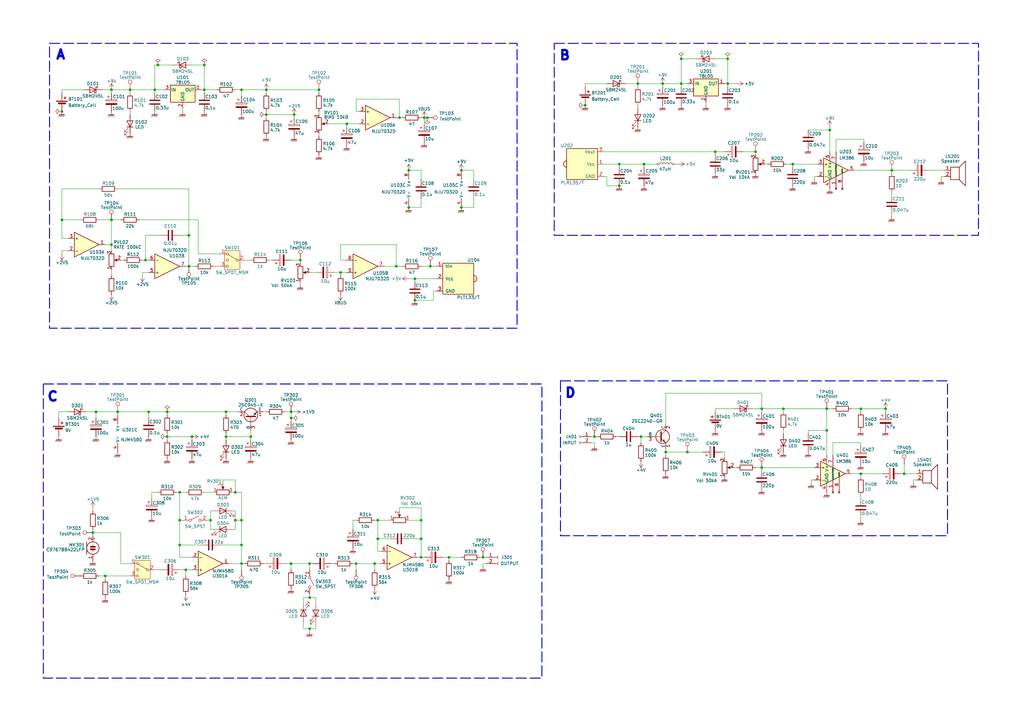
<source format=kicad_sch>
(kicad_sch (version 20250114) (generator "eeschema") (generator_version "9.0")
  (paper "A3")
  (title_block (title "Opt_electronics#2"))
  (rectangle (start 20.32 17.78) (end 212.09 134.62) (stroke (width 0.381) (type dash)))
  (rectangle (start 17.78 157.48) (end 222.25 278.13) (stroke (width 0.381) (type dash)))
  (rectangle (start 227.33 17.78) (end 401.32 96.52) (stroke (width 0.381) (type dash)))
  (rectangle (start 229.87 156.21) (end 388.62 219.71) (stroke (width 0.381) (type dash)))
  (text "D" (at 233.934 161.29 0) (effects (font (size 3.81 3.81) (thickness 1.016) (bold yes))))
  (text "C\n" (at 21.59 162.814 0) (effects (font (size 3.81 3.81) (thickness 1.016) (bold yes))))
  (text "B" (at 231.648 22.86 0) (effects (font (size 3.81 3.81) (thickness 1.016) (bold yes))))
  (text "A" (at 24.892 22.606 0) (effects (font (size 3.81 3.81) (thickness 1.016) (bold yes))))
  (junction (at 119.38 168.91))
  (junction (at 189.23 85.09))
  (junction (at 45.72 36.83))
  (junction (at 120.65 46.99))
  (junction (at 262.89 179.07))
  (junction (at 146.05 231.14))
  (junction (at 363.22 167.64))
  (junction (at 279.4 24.13))
  (junction (at 86.36 213.36))
  (junction (at 339.09 167.64))
  (junction (at 281.94 185.42))
  (junction (at 25.4 45.72))
  (junction (at 198.12 228.6))
  (junction (at 99.06 213.36))
  (junction (at 321.31 167.64))
  (junction (at 254 76.2))
  (junction (at 167.64 69.85))
  (junction (at 96.52 201.93))
  (junction (at 127 231.14))
  (junction (at 172.72 220.98))
  (junction (at 170.18 114.3))
  (junction (at 154.94 220.98))
  (junction (at 312.42 167.64))
  (junction (at 176.53 109.22))
  (junction (at 153.67 231.14))
  (junction (at 139.7 111.76))
  (junction (at 240.03 43.18))
  (junction (at 325.12 67.31))
  (junction (at 127 257.81))
  (junction (at 119.38 231.14))
  (junction (at 99.06 36.83))
  (junction (at 76.2 233.68))
  (junction (at 99.06 231.14))
  (junction (at 123.19 106.68))
  (junction (at 254 67.31))
  (junction (at 167.64 85.09))
  (junction (at 298.45 34.29))
  (junction (at 353.06 194.31))
  (junction (at 184.15 228.6))
  (junction (at 78.74 179.07))
  (junction (at 154.94 213.36))
  (junction (at 96.52 213.36))
  (junction (at 353.06 167.64))
  (junction (at 172.72 213.36))
  (junction (at 73.66 223.52))
  (junction (at 264.16 67.31))
  (junction (at 279.4 34.29))
  (junction (at 172.72 228.6))
  (junction (at 162.56 109.22))
  (junction (at 48.26 168.91))
  (junction (at 175.26 48.26))
  (junction (at 339.09 176.53))
  (junction (at 25.4 90.17))
  (junction (at 293.37 62.23))
  (junction (at 64.77 26.67))
  (junction (at 243.84 179.07))
  (junction (at 68.58 179.07))
  (junction (at 312.42 191.77))
  (junction (at 102.87 179.07))
  (junction (at 365.76 69.85))
  (junction (at 92.71 168.91))
  (junction (at 309.88 62.23))
  (junction (at 73.66 213.36))
  (junction (at 189.23 69.85))
  (junction (at 63.5 36.83))
  (junction (at 261.62 34.29))
  (junction (at 45.72 90.17))
  (junction (at 38.1 218.44))
  (junction (at 340.36 53.34))
  (junction (at 45.72 100.33))
  (junction (at 170.18 123.19))
  (junction (at 173.99 48.26))
  (junction (at 59.69 106.68))
  (junction (at 271.78 34.29))
  (junction (at 130.81 36.83))
  (junction (at 39.37 168.91))
  (junction (at 77.47 109.22))
  (junction (at 73.66 201.93))
  (junction (at 92.71 179.07))
  (junction (at 298.45 24.13))
  (junction (at 127 245.11))
  (junction (at 83.82 26.67))
  (junction (at 109.22 36.83))
  (junction (at 163.83 48.26))
  (junction (at 83.82 36.83))
  (junction (at 119.38 171.45))
  (junction (at 43.18 236.22))
  (junction (at 273.05 185.42))
  (junction (at 68.58 168.91))
  (junction (at 77.47 96.52))
  (junction (at 109.22 46.99))
  (junction (at 99.06 223.52))
  (junction (at 370.84 194.31))
  (junction (at 53.34 36.83))
  (junction (at 60.96 168.91))
  (junction (at 142.24 50.8))
  (wire (pts (xy 124.46 245.11) (xy 127 245.11)))
  (wire (pts (xy 154.94 213.36) (xy 160.02 213.36)))
  (wire (pts (xy 73.66 96.52) (xy 77.47 96.52)))
  (wire (pts (xy 279.4 34.29) (xy 279.4 35.56)))
  (wire (pts (xy 173.99 48.26) (xy 173.99 50.8)))
  (wire (pts (xy 293.37 167.64) (xy 300.99 167.64)))
  (wire (pts (xy 248.92 72.39) (xy 248.92 76.2)))
  (wire (pts (xy 271.78 34.29) (xy 279.4 34.29)))
  (wire (pts (xy 72.39 201.93) (xy 73.66 201.93)))
  (wire (pts (xy 25.4 36.83) (xy 34.29 36.83)))
  (wire (pts (xy 81.28 104.14) (xy 81.28 90.17)))
  (wire (pts (xy 181.61 228.6) (xy 184.15 228.6)))
  (wire (pts (xy 243.84 179.07) (xy 245.11 179.07)))
  (wire (pts (xy 40.64 236.22) (xy 43.18 236.22)))
  (wire (pts (xy 184.15 229.87) (xy 184.15 228.6)))
  (wire (pts (xy 73.66 228.6) (xy 78.74 228.6)))
  (wire (pts (xy 90.17 223.52) (xy 99.06 223.52)))
  (wire (pts (xy 99.06 231.14) (xy 100.33 231.14)))
  (wire (pts (xy 83.82 26.67) (xy 83.82 36.83)))
  (wire (pts (xy 76.2 233.68) (xy 78.74 233.68)))
  (wire (pts (xy 92.71 179.07) (xy 92.71 180.34)))
  (wire (pts (xy 91.44 196.85) (xy 96.52 196.85)))
  (wire (pts (xy 92.71 168.91) (xy 92.71 170.18)))
  (wire (pts (xy 240.03 34.29) (xy 248.92 34.29)))
  (wire (pts (xy 87.63 109.22) (xy 90.17 109.22)))
  (wire (pts (xy 127 245.11) (xy 127 243.84)))
  (wire (pts (xy 77.47 109.22) (xy 77.47 96.52)))
  (wire (pts (xy 86.36 209.55) (xy 86.36 213.36)))
  (wire (pts (xy 135.89 231.14) (xy 137.16 231.14)))
  (wire (pts (xy 264.16 67.31) (xy 269.24 67.31)))
  (wire (pts (xy 124.46 257.81) (xy 127 257.81)))
  (wire (pts (xy 331.47 53.34) (xy 340.36 53.34)))
  (wire (pts (xy 325.12 67.31) (xy 325.12 68.58)))
  (wire (pts (xy 261.62 35.56) (xy 261.62 34.29)))
  (wire (pts (xy 341.63 181.61) (xy 341.63 186.69)))
  (wire (pts (xy 312.42 167.64) (xy 321.31 167.64)))
  (wire (pts (xy 63.5 26.67) (xy 64.77 26.67)))
  (wire (pts (xy 49.53 231.14) (xy 49.53 218.44)))
  (wire (pts (xy 60.96 111.76) (xy 58.42 111.76)))
  (wire (pts (xy 332.74 196.85) (xy 332.74 198.12)))
  (wire (pts (xy 130.81 54.61) (xy 130.81 55.88)))
  (wire (pts (xy 142.24 52.07) (xy 142.24 50.8)))
  (wire (pts (xy 254 68.58) (xy 254 67.31)))
  (wire (pts (xy 297.18 185.42) (xy 297.18 187.96)))
  (wire (pts (xy 365.76 69.85) (xy 365.76 71.12)))
  (wire (pts (xy 170.18 114.3) (xy 179.07 114.3)))
  (wire (pts (xy 25.4 102.87) (xy 25.4 104.14)))
  (wire (pts (xy 340.36 52.07) (xy 340.36 53.34)))
  (wire (pts (xy 83.82 36.83) (xy 83.82 38.1)))
  (wire (pts (xy 353.06 182.88) (xy 353.06 181.61)))
  (wire (pts (xy 116.84 168.91) (xy 119.38 168.91)))
  (wire (pts (xy 139.7 100.33) (xy 162.56 100.33)))
  (wire (pts (xy 289.56 41.91) (xy 289.56 43.18)))
  (wire (pts (xy 293.37 62.23) (xy 297.18 62.23)))
  (wire (pts (xy 127 111.76) (xy 129.54 111.76)))
  (wire (pts (xy 142.24 50.8) (xy 134.62 50.8)))
  (wire (pts (xy 24.13 168.91) (xy 27.94 168.91)))
  (wire (pts (xy 172.72 81.28) (xy 172.72 85.09)))
  (wire (pts (xy 73.66 213.36) (xy 73.66 223.52)))
  (wire (pts (xy 167.64 114.3) (xy 170.18 114.3)))
  (wire (pts (xy 96.52 196.85) (xy 96.52 201.93)))
  (wire (pts (xy 247.65 67.31) (xy 254 67.31)))
  (wire (pts (xy 353.06 194.31) (xy 361.95 194.31)))
  (wire (pts (xy 58.42 111.76) (xy 58.42 113.03)))
  (wire (pts (xy 353.06 167.64) (xy 353.06 168.91)))
  (wire (pts (xy 53.34 46.99) (xy 53.34 45.72)))
  (wire (pts (xy 127 245.11) (xy 129.54 245.11)))
  (wire (pts (xy 295.91 185.42) (xy 297.18 185.42)))
  (wire (pts (xy 242.57 179.07) (xy 243.84 179.07)))
  (wire (pts (xy 298.45 34.29) (xy 297.18 34.29)))
  (wire (pts (xy 167.64 220.98) (xy 172.72 220.98)))
  (wire (pts (xy 43.18 100.33) (xy 45.72 100.33)))
  (wire (pts (xy 48.26 168.91) (xy 48.26 170.18)))
  (wire (pts (xy 353.06 203.2) (xy 353.06 204.47)))
  (wire (pts (xy 381 69.85) (xy 387.35 69.85)))
  (wire (pts (xy 58.42 106.68) (xy 59.69 106.68)))
  (wire (pts (xy 312.42 167.64) (xy 312.42 168.91)))
  (wire (pts (xy 162.56 109.22) (xy 165.1 109.22)))
  (wire (pts (xy 144.78 213.36) (xy 146.05 213.36)))
  (wire (pts (xy 92.71 177.8) (xy 92.71 179.07)))
  (wire (pts (xy 38.1 208.28) (xy 38.1 209.55)))
  (wire (pts (xy 163.83 209.55) (xy 163.83 208.28)))
  (wire (pts (xy 139.7 111.76) (xy 139.7 113.03)))
  (wire (pts (xy 74.93 44.45) (xy 74.93 45.72)))
  (wire (pts (xy 129.54 245.11) (xy 129.54 247.65)))
  (wire (pts (xy 262.89 179.07) (xy 265.43 179.07)))
  (wire (pts (xy 129.54 255.27) (xy 129.54 257.81)))
  (wire (pts (xy 264.16 67.31) (xy 264.16 68.58)))
  (wire (pts (xy 293.37 168.91) (xy 293.37 167.64)))
  (wire (pts (xy 279.4 34.29) (xy 281.94 34.29)))
  (wire (pts (xy 194.31 81.28) (xy 194.31 85.09)))
  (wire (pts (xy 73.66 233.68) (xy 76.2 233.68)))
  (wire (pts (xy 139.7 106.68) (xy 139.7 100.33)))
  (wire (pts (xy 261.62 179.07) (xy 262.89 179.07)))
  (wire (pts (xy 45.72 36.83) (xy 45.72 38.1)))
  (wire (pts (xy 109.22 36.83) (xy 109.22 38.1)))
  (wire (pts (xy 49.53 90.17) (xy 45.72 90.17)))
  (wire (pts (xy 60.96 168.91) (xy 60.96 171.45)))
  (wire (pts (xy 321.31 167.64) (xy 339.09 167.64)))
  (wire (pts (xy 298.45 34.29) (xy 298.45 35.56)))
  (wire (pts (xy 354.33 57.15) (xy 354.33 58.42)))
  (wire (pts (xy 370.84 190.5) (xy 370.84 194.31)))
  (wire (pts (xy 247.65 62.23) (xy 293.37 62.23)))
  (wire (pts (xy 77.47 77.47) (xy 48.26 77.47)))
  (wire (pts (xy 83.82 36.83) (xy 82.55 36.83)))
  (wire (pts (xy 119.38 231.14) (xy 119.38 233.68)))
  (wire (pts (xy 242.57 181.61) (xy 243.84 181.61)))
  (wire (pts (xy 162.56 100.33) (xy 162.56 109.22)))
  (wire (pts (xy 99.06 213.36) (xy 99.06 223.52)))
  (wire (pts (xy 41.91 36.83) (xy 45.72 36.83)))
  (wire (pts (xy 120.65 48.26) (xy 120.65 46.99)))
  (wire (pts (xy 170.18 114.3) (xy 170.18 115.57)))
  (wire (pts (xy 49.53 106.68) (xy 50.8 106.68)))
  (wire (pts (xy 109.22 46.99) (xy 109.22 48.26)))
  (wire (pts (xy 309.88 63.5) (xy 309.88 62.23)))
  (wire (pts (xy 102.87 176.53) (xy 102.87 179.07)))
  (wire (pts (xy 172.72 85.09) (xy 167.64 85.09)))
  (wire (pts (xy 300.99 191.77) (xy 302.26 191.77)))
  (wire (pts (xy 146.05 40.64) (xy 163.83 40.64)))
  (wire (pts (xy 92.71 168.91) (xy 68.58 168.91)))
  (wire (pts (xy 127 233.68) (xy 127 231.14)))
  (wire (pts (xy 254 67.31) (xy 264.16 67.31)))
  (wire (pts (xy 123.19 107.95) (xy 123.19 106.68)))
  (wire (pts (xy 102.87 179.07) (xy 102.87 180.34)))
  (wire (pts (xy 142.24 50.8) (xy 147.32 50.8)))
  (wire (pts (xy 387.35 72.39) (xy 386.08 72.39)))
  (wire (pts (xy 116.84 231.14) (xy 119.38 231.14)))
  (wire (pts (xy 81.28 90.17) (xy 57.15 90.17)))
  (wire (pts (xy 24.13 171.45) (xy 24.13 168.91)))
  (wire (pts (xy 167.64 213.36) (xy 172.72 213.36)))
  (wire (pts (xy 331.47 177.8) (xy 331.47 176.53)))
  (wire (pts (xy 110.49 106.68) (xy 111.76 106.68)))
  (wire (pts (xy 96.52 209.55) (xy 96.52 213.36)))
  (wire (pts (xy 342.9 57.15) (xy 354.33 57.15)))
  (wire (pts (xy 146.05 45.72) (xy 146.05 40.64)))
  (wire (pts (xy 335.28 72.39) (xy 334.01 72.39)))
  (wire (pts (xy 100.33 106.68) (xy 102.87 106.68)))
  (wire (pts (xy 76.2 201.93) (xy 73.66 201.93)))
  (wire (pts (xy 334.01 72.39) (xy 334.01 73.66)))
  (wire (pts (xy 172.72 48.26) (xy 173.99 48.26)))
  (wire (pts (xy 144.78 231.14) (xy 146.05 231.14)))
  (wire (pts (xy 165.1 48.26) (xy 163.83 48.26)))
  (wire (pts (xy 63.5 26.67) (xy 63.5 36.83)))
  (wire (pts (xy 293.37 62.23) (xy 293.37 63.5)))
  (wire (pts (xy 278.13 67.31) (xy 276.86 67.31)))
  (wire (pts (xy 96.52 213.36) (xy 99.06 213.36)))
  (wire (pts (xy 107.95 168.91) (xy 109.22 168.91)))
  (wire (pts (xy 137.16 111.76) (xy 139.7 111.76)))
  (wire (pts (xy 74.93 213.36) (xy 73.66 213.36)))
  (wire (pts (xy 142.24 111.76) (xy 139.7 111.76)))
  (wire (pts (xy 63.5 36.83) (xy 67.31 36.83)))
  (wire (pts (xy 353.06 212.09) (xy 353.06 213.36)))
  (wire (pts (xy 73.66 201.93) (xy 73.66 213.36)))
  (wire (pts (xy 83.82 26.67) (xy 78.74 26.67)))
  (wire (pts (xy 154.94 220.98) (xy 160.02 220.98)))
  (wire (pts (xy 279.4 24.13) (xy 279.4 34.29)))
  (wire (pts (xy 247.65 72.39) (xy 248.92 72.39)))
  (wire (pts (xy 45.72 102.87) (xy 45.72 100.33)))
  (wire (pts (xy 321.31 177.8) (xy 321.31 176.53)))
  (wire (pts (xy 261.62 44.45) (xy 261.62 43.18)))
  (wire (pts (xy 312.42 191.77) (xy 334.01 191.77)))
  (wire (pts (xy 63.5 233.68) (xy 66.04 233.68)))
  (wire (pts (xy 363.22 168.91) (xy 363.22 167.64)))
  (wire (pts (xy 27.94 102.87) (xy 25.4 102.87)))
  (wire (pts (xy 308.61 167.64) (xy 312.42 167.64)))
  (wire (pts (xy 77.47 109.22) (xy 80.01 109.22)))
  (wire (pts (xy 349.25 194.31) (xy 353.06 194.31)))
  (wire (pts (xy 83.82 36.83) (xy 88.9 36.83)))
  (wire (pts (xy 81.28 104.14) (xy 90.17 104.14)))
  (wire (pts (xy 273.05 185.42) (xy 273.05 186.69)))
  (wire (pts (xy 43.18 236.22) (xy 43.18 237.49)))
  (wire (pts (xy 95.25 209.55) (xy 96.52 209.55)))
  (wire (pts (xy 45.72 36.83) (xy 53.34 36.83)))
  (wire (pts (xy 119.38 231.14) (xy 127 231.14)))
  (wire (pts (xy 365.76 87.63) (xy 365.76 88.9)))
  (wire (pts (xy 38.1 218.44) (xy 38.1 219.71)))
  (wire (pts (xy 109.22 231.14) (xy 107.95 231.14)))
  (wire (pts (xy 119.38 106.68) (xy 123.19 106.68)))
  (wire (pts (xy 59.69 106.68) (xy 59.69 96.52)))
  (wire (pts (xy 45.72 90.17) (xy 45.72 100.33)))
  (wire (pts (xy 91.44 198.12) (xy 91.44 196.85)))
  (wire (pts (xy 25.4 90.17) (xy 33.02 90.17)))
  (wire (pts (xy 142.24 106.68) (xy 139.7 106.68)))
  (wire (pts (xy 262.89 179.07) (xy 262.89 181.61)))
  (wire (pts (xy 243.84 181.61) (xy 243.84 182.88)))
  (wire (pts (xy 76.2 233.68) (xy 76.2 236.22)))
  (wire (pts (xy 73.66 223.52) (xy 73.66 228.6)))
  (wire (pts (xy 298.45 24.13) (xy 293.37 24.13)))
  (wire (pts (xy 99.06 231.14) (xy 93.98 231.14)))
  (wire (pts (xy 374.65 196.85) (xy 374.65 198.12)))
  (wire (pts (xy 252.73 179.07) (xy 254 179.07)))
  (wire (pts (xy 350.52 69.85) (xy 365.76 69.85)))
  (wire (pts (xy 179.07 119.38) (xy 177.8 119.38)))
  (wire (pts (xy 312.42 167.64) (xy 312.42 161.29)))
  (wire (pts (xy 92.71 168.91) (xy 97.79 168.91)))
  (wire (pts (xy 35.56 168.91) (xy 39.37 168.91)))
  (wire (pts (xy 25.4 77.47) (xy 25.4 90.17)))
  (wire (pts (xy 53.34 236.22) (xy 43.18 236.22)))
  (wire (pts (xy 184.15 228.6) (xy 189.23 228.6)))
  (wire (pts (xy 99.06 201.93) (xy 96.52 201.93)))
  (wire (pts (xy 281.94 185.42) (xy 273.05 185.42)))
  (wire (pts (xy 127 257.81) (xy 127 259.08)))
  (wire (pts (xy 120.65 46.99) (xy 109.22 46.99)))
  (wire (pts (xy 285.75 24.13) (xy 279.4 24.13)))
  (wire (pts (xy 163.83 40.64) (xy 163.83 48.26)))
  (wire (pts (xy 48.26 168.91) (xy 60.96 168.91)))
  (wire (pts (xy 60.96 168.91) (xy 68.58 168.91)))
  (wire (pts (xy 130.81 36.83) (xy 130.81 38.1)))
  (wire (pts (xy 68.58 177.8) (xy 68.58 179.07)))
  (wire (pts (xy 86.36 217.17) (xy 87.63 217.17)))
  (wire (pts (xy 53.34 36.83) (xy 63.5 36.83)))
  (wire (pts (xy 144.78 217.17) (xy 144.78 213.36)))
  (wire (pts (xy 123.19 115.57) (xy 123.19 116.84)))
  (wire (pts (xy 77.47 96.52) (xy 77.47 77.47)))
  (wire (pts (xy 334.01 196.85) (xy 332.74 196.85)))
  (wire (pts (xy 124.46 245.11) (xy 124.46 247.65)))
  (wire (pts (xy 172.72 228.6) (xy 171.45 228.6)))
  (wire (pts (xy 342.9 62.23) (xy 342.9 57.15)))
  (wire (pts (xy 53.34 36.83) (xy 53.34 38.1)))
  (wire (pts (xy 153.67 231.14) (xy 156.21 231.14)))
  (wire (pts (xy 78.74 180.34) (xy 78.74 179.07)))
  (wire (pts (xy 38.1 218.44) (xy 38.1 217.17)))
  (wire (pts (xy 99.06 233.68) (xy 99.06 231.14)))
  (wire (pts (xy 73.66 223.52) (xy 82.55 223.52)))
  (wire (pts (xy 153.67 213.36) (xy 154.94 213.36)))
  (wire (pts (xy 339.09 167.64) (xy 341.63 167.64)))
  (wire (pts (xy 146.05 231.14) (xy 153.67 231.14)))
  (wire (pts (xy 154.94 226.06) (xy 154.94 220.98)))
  (wire (pts (xy 95.25 201.93) (xy 96.52 201.93)))
  (wire (pts (xy 39.37 168.91) (xy 48.26 168.91)))
  (wire (pts (xy 375.92 196.85) (xy 374.65 196.85)))
  (wire (pts (xy 194.31 85.09) (xy 189.23 85.09)))
  (wire (pts (xy 313.69 67.31) (xy 314.96 67.31)))
  (wire (pts (xy 339.09 186.69) (xy 339.09 176.53)))
  (wire (pts (xy 198.12 228.6) (xy 199.39 228.6)))
  (wire (pts (xy 177.8 119.38) (xy 177.8 123.19)))
  (wire (pts (xy 146.05 231.14) (xy 146.05 233.68)))
  (wire (pts (xy 248.92 76.2) (xy 254 76.2)))
  (wire (pts (xy 45.72 110.49) (xy 45.72 113.03)))
  (wire (pts (xy 40.64 90.17) (xy 45.72 90.17)))
  (wire (pts (xy 349.25 167.64) (xy 353.06 167.64)))
  (wire (pts (xy 331.47 176.53) (xy 339.09 176.53)))
  (wire (pts (xy 147.32 45.72) (xy 146.05 45.72)))
  (wire (pts (xy 119.38 172.72) (xy 119.38 171.45)))
  (wire (pts (xy 27.94 97.79) (xy 25.4 97.79)))
  (wire (pts (xy 312.42 191.77) (xy 312.42 193.04)))
  (wire (pts (xy 273.05 184.15) (xy 273.05 185.42)))
  (wire (pts (xy 68.58 179.07) (xy 68.58 180.34)))
  (wire (pts (xy 38.1 218.44) (xy 49.53 218.44)))
  (wire (pts (xy 189.23 69.85) (xy 194.31 69.85)))
  (wire (pts (xy 96.52 213.36) (xy 96.52 217.17)))
  (wire (pts (xy 256.54 34.29) (xy 261.62 34.29)))
  (wire (pts (xy 288.29 185.42) (xy 281.94 185.42)))
  (wire (pts (xy 340.36 53.34) (xy 340.36 62.23)))
  (wire (pts (xy 172.72 220.98) (xy 172.72 228.6)))
  (wire (pts (xy 129.54 257.81) (xy 127 257.81)))
  (wire (pts (xy 163.83 208.28) (xy 172.72 208.28)))
  (wire (pts (xy 365.76 69.85) (xy 373.38 69.85)))
  (wire (pts (xy 109.22 36.83) (xy 130.81 36.83)))
  (wire (pts (xy 119.38 171.45) (xy 119.38 168.91)))
  (wire (pts (xy 92.71 179.07) (xy 102.87 179.07)))
  (wire (pts (xy 25.4 97.79) (xy 25.4 90.17)))
  (wire (pts (xy 96.52 217.17) (xy 95.25 217.17)))
  (wire (pts (xy 353.06 194.31) (xy 353.06 195.58)))
  (wire (pts (xy 172.72 208.28) (xy 172.72 213.36)))
  (wire (pts (xy 96.52 36.83) (xy 99.06 36.83)))
  (wire (pts (xy 163.83 48.26) (xy 162.56 48.26)))
  (wire (pts (xy 62.23 201.93) (xy 64.77 201.93)))
  (wire (pts (xy 298.45 24.13) (xy 298.45 34.29)))
  (wire (pts (xy 25.4 36.83) (xy 25.4 38.1)))
  (wire (pts (xy 321.31 167.64) (xy 321.31 168.91)))
  (wire (pts (xy 87.63 209.55) (xy 86.36 209.55)))
  (wire (pts (xy 85.09 213.36) (xy 86.36 213.36)))
  (wire (pts (xy 196.85 228.6) (xy 198.12 228.6)))
  (wire (pts (xy 370.84 194.31) (xy 375.92 194.31)))
  (wire (pts (xy 240.03 34.29) (xy 240.03 35.56)))
  (wire (pts (xy 172.72 109.22) (xy 176.53 109.22)))
  (wire (pts (xy 71.12 26.67) (xy 64.77 26.67)))
  (wire (pts (xy 119.38 168.91) (xy 120.65 168.91)))
  (wire (pts (xy 353.06 181.61) (xy 341.63 181.61)))
  (wire (pts (xy 199.39 231.14) (xy 198.12 231.14)))
  (wire (pts (xy 309.88 62.23) (xy 304.8 62.23)))
  (wire (pts (xy 86.36 213.36) (xy 86.36 217.17)))
  (wire (pts (xy 176.53 109.22) (xy 179.07 109.22)))
  (wire (pts (xy 365.76 78.74) (xy 365.76 80.01)))
  (wire (pts (xy 273.05 161.29) (xy 273.05 173.99)))
  (wire (pts (xy 68.58 168.91) (xy 68.58 170.18)))
  (wire (pts (xy 153.67 231.14) (xy 153.67 233.68)))
  (wire (pts (xy 62.23 204.47) (xy 62.23 201.93)))
  (wire (pts (xy 298.45 34.29) (xy 302.26 34.29)))
  (wire (pts (xy 109.22 45.72) (xy 109.22 46.99)))
  (wire (pts (xy 76.2 109.22) (xy 77.47 109.22)))
  (wire (pts (xy 68.58 179.07) (xy 78.74 179.07)))
  (wire (pts (xy 99.06 201.93) (xy 99.06 213.36)))
  (wire (pts (xy 325.12 67.31) (xy 335.28 67.31)))
  (wire (pts (xy 127 231.14) (xy 128.27 231.14)))
  (wire (pts (xy 339.09 167.64) (xy 339.09 176.53)))
  (wire (pts (xy 369.57 194.31) (xy 370.84 194.31)))
  (wire (pts (xy 59.69 106.68) (xy 60.96 106.68)))
  (wire (pts (xy 156.21 226.06) (xy 154.94 226.06)))
  (wire (pts (xy 170.18 123.19) (xy 177.8 123.19)))
  (wire (pts (xy 194.31 69.85) (xy 194.31 73.66)))
  (wire (pts (xy 63.5 36.83) (xy 63.5 38.1)))
  (wire (pts (xy 167.64 69.85) (xy 172.72 69.85)))
  (wire (pts (xy 386.08 72.39) (xy 386.08 73.66)))
  (wire (pts (xy 198.12 231.14) (xy 198.12 232.41)))
  (wire (pts (xy 130.81 45.72) (xy 130.81 46.99)))
  (wire (pts (xy 83.82 201.93) (xy 87.63 201.93)))
  (wire (pts (xy 172.72 69.85) (xy 172.72 73.66)))
  (wire (pts (xy 53.34 231.14) (xy 49.53 231.14)))
  (wire (pts (xy 99.06 36.83) (xy 109.22 36.83)))
  (wire (pts (xy 309.88 191.77) (xy 312.42 191.77)))
  (wire (pts (xy 40.64 77.47) (xy 25.4 77.47)))
  (wire (pts (xy 175.26 48.26) (xy 173.99 48.26)))
  (wire (pts (xy 322.58 67.31) (xy 325.12 67.31)))
  (wire (pts (xy 172.72 213.36) (xy 172.72 220.98)))
  (wire (pts (xy 99.06 223.52) (xy 99.06 231.14)))
  (wire (pts (xy 59.69 96.52) (xy 66.04 96.52)))
  (wire (pts (xy 261.62 34.29) (xy 271.78 34.29)))
  (wire (pts (xy 273.05 161.29) (xy 312.42 161.29)))
  (wire (pts (xy 39.37 168.91) (xy 39.37 171.45)))
  (wire (pts (xy 124.46 255.27) (xy 124.46 257.81)))
  (wire (pts (xy 157.48 109.22) (xy 162.56 109.22)))
  (wire (pts (xy 154.94 213.36) (xy 154.94 220.98)))
  (wire (pts (xy 363.22 167.64) (xy 353.06 167.64)))
  (wire (pts (xy 172.72 228.6) (xy 173.99 228.6)))
  (wire (pts (xy 271.78 34.29) (xy 271.78 35.56)))
  (wire (pts (xy 99.06 36.83) (xy 99.06 39.37)))
  (symbol (lib_id "Device:R") (at 149.86 213.36 90) (unit 1)
    (property "Reference" "R314" (at 149.86 211.074 90))
    (property "Value" "10k" (at 149.86 215.9 90))
    (property "Footprint" "Resistor_THT:R_Axial_DIN0207_L6.3mm_D2.5mm_P7.62mm_Horizontal" (effects (hide yes)))
    (property "Description" "Resistor" (effects (hide yes)))
  )
  (symbol (lib_id "Device:R") (at 36.83 236.22 90) (unit 1)
    (property "Reference" "R305" (at 36.83 233.934 90))
    (property "Value" "1k" (at 36.83 238.76 90))
    (property "Footprint" "Resistor_THT:R_Axial_DIN0207_L6.3mm_D2.5mm_P7.62mm_Horizontal" (effects (hide yes)))
    (property "Description" "Resistor" (effects (hide yes)))
  )
  (symbol (lib_id "Amplifier_Operational:NJM4580") (at 191.77 77.47 0) (unit 3)
    (property "Reference" "U105" (at 181.61 75.946 0) (effects (justify left)))
    (property "Value" "NJU7032D" (at 178.054 78.74 0) (effects (justify left)))
    (property "Footprint" "Package_DIP:DIP-8_W7.62mm" (effects (hide yes)))
    (property "Datasheet" "http://www.njr.com/semicon/PDF/NJM4580_E.pdf" (effects (hide yes)))
    (property "Description" "Dual Operational Amplifier, DIP-8/DMP-8/SIP-8/MSOP-8/SOP-8/SSOP-8" (effects (hide yes)))
  )
  (symbol (lib_id "power:GNDPWR") (at 331.47 60.96 0) (unit 1)
    (property "Reference" "#PWR036" (effects (hide yes)))
    (property "Value" "GNDPWR" (effects (hide yes)))
  )
  (symbol (lib_id "Regulator_Linear:L78L05_SOT89") (at 289.56 34.29 0) (unit 1)
    (property "Reference" "U201" (at 289.56 29.21 0))
    (property "Value" "78L05" (at 289.56 31.242 0))
    (property "Footprint" "Package_TO_SOT_THT:TO-92_Inline_Wide" (effects (hide yes)))
    (property "Datasheet" "http://www.st.com/content/ccc/resource/technical/document/datasheet/15/55/e5/aa/23/5b/43/fd/CD00000446.pdf/files/CD00000446.pdf/jcr:content/translations/en.CD00000446.pdf" (effects (hide yes)))
    (property "Description" "Positive 100mA 30V Linear Regulator, Fixed Output 5V, SOT-89" (effects (hide yes)))
  )
  (symbol (lib_id "Diode:1N5819WS") (at 31.75 168.91 0) (mirror y) (unit 1)
    (property "Reference" "D301" (at 31.75 166.37 0))
    (property "Value" "SBM245L" (at 31.75 171.45 0))
    (property "Footprint" "Diode_THT:D_DO-41_SOD81_P7.62mm_Horizontal" (effects (hide yes)))
    (property "Datasheet" "https://datasheet.lcsc.com/lcsc/2204281430_Guangdong-Hottech-1N5819WS_C191023.pdf" (effects (hide yes)))
    (property "Description" "40V 600mV@1A 1A SOD-323 Schottky Barrier Diodes, SOD-323" (effects (hide yes)))
    (property "LCSC" "C191023" (effects (hide yes)))
  )
  (symbol (lib_id "Regulator_Linear:L78L05_SOT89") (at 74.93 36.83 0) (unit 1)
    (property "Reference" "U101" (at 74.93 31.75 0))
    (property "Value" "78L05" (at 74.93 33.782 0))
    (property "Footprint" "Package_TO_SOT_THT:TO-92_Inline_Wide" (effects (hide yes)))
    (property "Datasheet" "http://www.st.com/content/ccc/resource/technical/document/datasheet/15/55/e5/aa/23/5b/43/fd/CD00000446.pdf/files/CD00000446.pdf/jcr:content/translations/en.CD00000446.pdf" (effects (hide yes)))
    (property "Description" "Positive 100mA 30V Linear Regulator, Fixed Output 5V, SOT-89" (effects (hide yes)))
  )
  (symbol (lib_id "power:+5V") (at 167.64 69.85 0) (unit 1)
    (property "Reference" "#PWR010" (effects (hide yes)))
    (property "Value" "+5V" (at 167.64 65.786 0))
  )
  (symbol (lib_id "Switch:SW_SPST") (at 127 238.76 270) (unit 1)
    (property "Reference" "SW303" (at 129.286 238.506 90) (effects (justify left)))
    (property "Value" "SW_SPST" (at 129.286 240.538 90) (effects (justify left)))
    (property "Footprint" "0_Global_OriginalFootPrint:Toggle_SW_mini_2MS1-T1-B4-M2-Q-E" (effects (hide yes)))
    (property "Description" "Single Pole Single Throw (SPST) switch" (effects (hide yes)))
  )
  (symbol (lib_id "Device:C_Polarized") (at 132.08 231.14 270) (mirror x) (unit 1)
    (property "Reference" "C310" (at 132.08 227.584 90))
    (property "Value" "10u" (at 132.08 234.696 90))
    (property "Footprint" "Capacitor_THT:CP_Radial_D4.0mm_P1.50mm" (effects (hide yes)))
  )
  (symbol (lib_id "Device:C") (at 83.82 41.91 0) (unit 1)
    (property "Reference" "C103" (at 84.074 39.624 0) (effects (justify left)))
    (property "Value" "0.1u" (at 84.074 44.196 0) (effects (justify left)))
    (property "Footprint" "Capacitor_THT:C_Disc_D4.3mm_W1.9mm_P5.00mm" (effects (hide yes)))
    (property "LCSC" "C49678" (effects (hide yes)))
  )
  (symbol (lib_id "Connector:TestPoint") (at 48.26 168.91 0) (unit 1)
    (property "Reference" "TP301" (at 48.26 162.052 0))
    (property "Value" "TestPoint" (at 48.26 163.83 0))
    (property "Footprint" "0_Global_OriginalFootPrint:PanelMount_Jack" (effects (hide yes)))
    (property "Description" "test point" (effects (hide yes)))
  )
  (symbol (lib_id "power:GNDPWR") (at 92.71 187.96 0) (unit 1)
    (property "Reference" "#PWR0215" (effects (hide yes)))
    (property "Value" "GNDPWR" (effects (hide yes)))
  )
  (symbol (lib_id "power:+5V") (at 278.13 67.31 270) (unit 1)
    (property "Reference" "#PWR016" (effects (hide yes)))
    (property "Value" "+5V" (at 283.21 67.31 90))
  )
  (symbol (lib_id "Device:C_Polarized") (at 39.37 175.26 0) (unit 1)
    (property "Reference" "C301" (at 39.624 173.228 0) (effects (justify left)))
    (property "Value" "100u" (at 39.624 177.546 0) (effects (justify left)))
    (property "Footprint" "Capacitor_THT:CP_Radial_D6.3mm_P2.50mm" (effects (hide yes)))
    (property "LCSC" "C7171" (effects (hide yes)))
  )
  (symbol (lib_id "Device:R") (at 92.71 36.83 90) (unit 1)
    (property "Reference" "R102" (at 92.71 34.544 90))
    (property "Value" "47" (at 92.71 39.37 90))
    (property "Footprint" "Resistor_THT:R_Axial_DIN0207_L6.3mm_D2.5mm_P7.62mm_Horizontal" (effects (hide yes)))
    (property "Description" "Resistor" (effects (hide yes)))
  )
  (symbol (lib_id "Device:R") (at 353.06 199.39 180) (unit 1)
    (property "Reference" "R408" (at 354.584 198.628 0) (effects (justify right)))
    (property "Value" "10" (at 354.584 200.66 0) (effects (justify right)))
    (property "Footprint" "Resistor_THT:R_Axial_DIN0207_L6.3mm_D2.5mm_P7.62mm_Horizontal" (effects (hide yes)))
    (property "Description" "Resistor" (effects (hide yes)))
  )
  (symbol (lib_id "Amplifier_Operational:NJM4580") (at 35.56 100.33 0) (unit 1)
    (property "Reference" "U103" (at 36.576 103.378 0) (effects (justify left)))
    (property "Value" "NJU7032D" (at 33.02 105.918 0) (effects (justify left)))
    (property "Footprint" "Package_DIP:DIP-8_W7.62mm" (effects (hide yes)))
    (property "Datasheet" "http://www.njr.com/semicon/PDF/NJM4580_E.pdf" (effects (hide yes)))
    (property "Description" "Dual Operational Amplifier, DIP-8/DMP-8/SIP-8/MSOP-8/SOP-8/SSOP-8" (effects (hide yes)))
  )
  (symbol (lib_id "power:GNDPWR") (at 119.38 180.34 0) (unit 1)
    (property "Reference" "#PWR0219" (effects (hide yes)))
    (property "Value" "GNDPWR" (effects (hide yes)))
  )
  (symbol (lib_id "power:GNDPWR") (at 130.81 63.5 0) (unit 1)
    (property "Reference" "#PWR0309" (effects (hide yes)))
    (property "Value" "GNDPWR" (effects (hide yes)))
  )
  (symbol (lib_id "Amplifier_Audio:LM386") (at 342.9 69.85 0) (unit 1)
    (property "Reference" "U203" (at 344.17 62.23 0) (effects (justify left)))
    (property "Value" "LM386" (at 344.17 64.77 0) (effects (justify left)))
    (property "Footprint" "Package_DIP:DIP-8_W7.62mm" (effects (hide yes)))
    (property "Datasheet" "http://www.ti.com/lit/ds/symlink/lm386.pdf" (effects (hide yes)))
    (property "Description" "Low Voltage Audio Power Amplifier, DIP-8/SOIC-8/SSOP-8" (effects (hide yes)))
  )
  (symbol (lib_id "Device:C") (at 60.96 175.26 0) (unit 1)
    (property "Reference" "C302" (at 61.214 172.974 0) (effects (justify left)))
    (property "Value" "0.1u" (at 61.214 177.546 0) (effects (justify left)))
    (property "Footprint" "Capacitor_THT:C_Disc_D4.3mm_W1.9mm_P5.00mm" (effects (hide yes)))
    (property "LCSC" "C49678" (effects (hide yes)))
  )
  (symbol (lib_id "Device:Battery_Cell") (at 293.37 173.99 0) (mirror y) (unit 1)
    (property "Reference" "BT401" (at 293.624 170.942 0) (effects (justify right)))
    (property "Value" "9V" (at 293.624 174.752 0) (effects (justify right)))
    (property "Footprint" "0_Global_OriginalFootPrint:PanelMount_2pin" (effects (hide yes)))
    (property "Description" "Single-cell battery" (effects (hide yes)))
  )
  (symbol (lib_id "Connector:TestPoint") (at 370.84 190.5 0) (unit 1)
    (property "Reference" "TP405" (at 370.84 183.642 0))
    (property "Value" "TestPoint" (at 370.84 185.42 0))
    (property "Footprint" "0_Global_OriginalFootPrint:PanelMount_Jack" (effects (hide yes)))
    (property "Description" "test point" (effects (hide yes)))
  )
  (symbol (lib_id "Device:LED") (at 53.34 50.8 270) (mirror x) (unit 1)
    (property "Reference" "D102" (at 55.372 50.038 90) (effects (justify left)))
    (property "Value" "LED" (at 55.372 52.07 90) (effects (justify left)))
    (property "Footprint" "LED_THT:LED_D3.0mm" (effects (hide yes)))
    (property "Description" "Light emitting diode" (effects (hide yes)))
  )
  (symbol (lib_id "power:PWR_FLAG") (at 240.03 43.18 90) (unit 1)
    (property "Reference" "#FLG02" (effects (hide yes)))
    (property "Value" "PWR_FLAG" (effects (hide yes)))
  )
  (symbol (lib_id "Connector:TestPoint") (at 175.26 48.26 270) (mirror x) (unit 1)
    (property "Reference" "TP103" (at 183.134 46.482 90))
    (property "Value" "TestPoint" (at 184.658 48.768 90))
    (property "Footprint" "0_Global_OriginalFootPrint:PanelMount_Jack" (effects (hide yes)))
    (property "Description" "test point" (effects (hide yes)))
  )
  (symbol (lib_id "Device:C") (at 298.45 39.37 0) (unit 1)
    (property "Reference" "C203" (at 298.704 37.084 0) (effects (justify left)))
    (property "Value" "0.1u" (at 298.704 41.656 0) (effects (justify left)))
    (property "Footprint" "Capacitor_THT:C_Disc_D4.3mm_W1.9mm_P5.00mm" (effects (hide yes)))
    (property "LCSC" "C49678" (effects (hide yes)))
  )
  (symbol (lib_id "power:GNDPWR") (at 189.23 85.09 0) (unit 1)
    (property "Reference" "#PWR024" (effects (hide yes)))
    (property "Value" "GNDPWR" (effects (hide yes)))
  )
  (symbol (lib_id "Device:LED") (at 321.31 181.61 270) (mirror x) (unit 1)
    (property "Reference" "D402" (at 323.342 180.848 90) (effects (justify left)))
    (property "Value" "LED" (at 323.342 182.88 90) (effects (justify left)))
    (property "Footprint" "LED_THT:LED_D3.0mm" (effects (hide yes)))
    (property "Description" "Light emitting diode" (effects (hide yes)))
  )
  (symbol (lib_id "Device:R_Potentiometer") (at 45.72 106.68 0) (mirror x) (unit 1)
    (property "Reference" "RV102" (at 46.482 99.314 0) (effects (justify left)))
    (property "Value" "RATE 100kC" (at 46.482 101.346 0) (effects (justify left)))
    (property "Footprint" "0_Global_OriginalFootPrint:TCOS_GF063P" (effects (hide yes)))
    (property "Description" "Potentiometer" (effects (hide yes)))
  )
  (symbol (lib_name "PWR_FLAG_1") (lib_id "power:PWR_FLAG") (at 68.58 168.91 0) (unit 1)
    (property "Reference" "#FLG0101" (effects (hide yes)))
    (property "Value" "PWR_FLAG" (effects (hide yes)))
    (property "Description" "Special symbol for telling ERC where power comes from" (effects (hide yes)))
  )
  (symbol (lib_id "power:GNDPWR") (at 312.42 176.53 0) (unit 1)
    (property "Reference" "#PWR0206" (effects (hide yes)))
    (property "Value" "GNDPWR" (effects (hide yes)))
  )
  (symbol (lib_id "power:PWR_FLAG") (at 175.26 48.26 180) (unit 1)
    (property "Reference" "#FLG0103" (effects (hide yes)))
    (property "Value" "PWR_FLAG" (effects (hide yes)))
  )
  (symbol (lib_id "power:+4V") (at 78.74 179.07 270) (unit 1)
    (property "Reference" "#PWR0108" (effects (hide yes)))
    (property "Value" "+4V" (at 83.82 179.07 90))
    (property "Description" "Power symbol creates a global label with name \"+4V\"" (effects (hide yes)))
  )
  (symbol (lib_id "power:GNDPWR") (at 365.76 88.9 0) (unit 1)
    (property "Reference" "#PWR033" (effects (hide yes)))
    (property "Value" "GNDPWR" (effects (hide yes)))
  )
  (symbol (lib_id "Device:C_Polarized") (at 363.22 172.72 0) (unit 1)
    (property "Reference" "C403" (at 363.474 170.688 0) (effects (justify left)))
    (property "Value" "47u" (at 363.474 175.006 0) (effects (justify left)))
    (property "Footprint" "Capacitor_THT:CP_Radial_D6.3mm_P2.50mm" (effects (hide yes)))
    (property "LCSC" "C7171" (effects (hide yes)))
  )
  (symbol (lib_id "Device:R") (at 44.45 77.47 90) (unit 1)
    (property "Reference" "R109" (at 44.45 75.184 90))
    (property "Value" "56k" (at 44.45 80.01 90))
    (property "Footprint" "Resistor_THT:R_Axial_DIN0207_L6.3mm_D2.5mm_P7.62mm_Horizontal" (effects (hide yes)))
    (property "Description" "Resistor" (effects (hide yes)))
  )
  (symbol (lib_id "Connector:TestPoint") (at 119.38 168.91 0) (unit 1)
    (property "Reference" "TP302" (at 119.38 162.052 0))
    (property "Value" "TestPoint" (at 119.38 163.83 0))
    (property "Footprint" "0_Global_OriginalFootPrint:PanelMount_Jack" (effects (hide yes)))
    (property "Description" "test point" (effects (hide yes)))
  )
  (symbol (lib_id "power:GNDPWR") (at 297.18 195.58 0) (unit 1)
    (property "Reference" "#PWR0207" (effects (hide yes)))
    (property "Value" "GNDPWR" (effects (hide yes)))
  )
  (symbol (lib_id "Device:R") (at 92.71 173.99 180) (unit 1)
    (property "Reference" "R303" (at 94.234 173.228 0) (effects (justify right)))
    (property "Value" "470" (at 94.234 175.26 0) (effects (justify right)))
    (property "Footprint" "Resistor_THT:R_Axial_DIN0207_L6.3mm_D2.5mm_P7.62mm_Horizontal" (effects (hide yes)))
    (property "Description" "Resistor" (effects (hide yes)))
  )
  (symbol (lib_id "Device:R") (at 113.03 168.91 90) (unit 1)
    (property "Reference" "R304" (at 113.03 166.624 90))
    (property "Value" "47" (at 113.03 171.45 90))
    (property "Footprint" "Resistor_THT:R_Axial_DIN0207_L6.3mm_D2.5mm_P7.62mm_Horizontal" (effects (hide yes)))
    (property "Description" "Resistor" (effects (hide yes)))
  )
  (symbol (lib_id "Device:C_Polarized") (at 115.57 106.68 90) (unit 1)
    (property "Reference" "C111" (at 115.57 103.124 90))
    (property "Value" "10u" (at 115.57 110.236 90))
    (property "Footprint" "Capacitor_THT:CP_Radial_D4.0mm_P1.50mm" (effects (hide yes)))
  )
  (symbol (lib_id "power:GNDPWR") (at 24.13 179.07 0) (unit 1)
    (property "Reference" "#PWR0113" (effects (hide yes)))
    (property "Value" "GNDPWR" (effects (hide yes)))
  )
  (symbol (lib_id "Device:Battery_Cell") (at 25.4 43.18 0) (unit 1)
    (property "Reference" "BT101" (at 27.94 40.64 0) (effects (justify left)))
    (property "Value" "Battery_Cell" (at 27.94 43.18 0) (effects (justify left)))
    (property "Footprint" "0_Global_OriginalFootPrint:PanelMount_2pin" (effects (hide yes)))
    (property "Description" "Single-cell battery" (effects (hide yes)))
  )
  (symbol (lib_id "power:GNDPWR") (at 289.56 43.18 0) (unit 1)
    (property "Reference" "#PWR042" (effects (hide yes)))
    (property "Value" "GNDPWR" (effects (hide yes)))
  )
  (symbol (lib_id "Diode:1N5819WS") (at 289.56 24.13 0) (unit 1)
    (property "Reference" "D203" (at 289.56 21.59 0))
    (property "Value" "SBM245L" (at 289.56 26.67 0))
    (property "Footprint" "Diode_THT:D_DO-41_SOD81_P7.62mm_Horizontal" (effects (hide yes)))
    (property "Datasheet" "https://datasheet.lcsc.com/lcsc/2204281430_Guangdong-Hottech-1N5819WS_C191023.pdf" (effects (hide yes)))
    (property "Description" "40V 600mV@1A 1A SOD-323 Schottky Barrier Diodes, SOD-323" (effects (hide yes)))
    (property "LCSC" "C191023" (effects (hide yes)))
  )
  (symbol (lib_id "power:GNDPWR") (at 74.93 45.72 0) (unit 1)
    (property "Reference" "#PWR056" (effects (hide yes)))
    (property "Value" "GNDPWR" (effects (hide yes)))
  )
  (symbol (lib_id "Device:C") (at 331.47 57.15 0) (unit 1)
    (property "Reference" "C209" (at 331.724 54.864 0) (effects (justify left)))
    (property "Value" "0.047u" (at 331.724 59.436 0) (effects (justify left)))
    (property "Footprint" "Capacitor_SMD:C_0805_2012Metric" (effects (hide yes)))
    (property "LCSC" "C49678" (effects (hide yes)))
  )
  (symbol (lib_id "Device:C_Polarized") (at 377.19 69.85 90) (unit 1)
    (property "Reference" "C212" (at 377.19 66.294 90))
    (property "Value" "220u" (at 377.19 73.406 90))
    (property "Footprint" "Capacitor_THT:CP_Radial_D8.0mm_P3.50mm" (effects (hide yes)))
    (property "LCSC" "C7171" (effects (hide yes)))
  )
  (symbol (lib_id "Connector:TestPoint") (at 176.53 109.22 0) (unit 1)
    (property "Reference" "TP107" (at 176.53 102.362 0))
    (property "Value" "TestPoint" (at 176.53 104.14 0))
    (property "Footprint" "0_Global_OriginalFootPrint:PanelMount_Jack" (effects (hide yes)))
    (property "Description" "test point" (effects (hide yes)))
  )
  (symbol (lib_id "Device:C") (at 365.76 83.82 0) (unit 1)
    (property "Reference" "C211" (at 366.014 81.534 0) (effects (justify left)))
    (property "Value" "0.047u" (at 366.014 86.106 0) (effects (justify left)))
    (property "Footprint" "Capacitor_SMD:C_0805_2012Metric" (effects (hide yes)))
    (property "LCSC" "C49678" (effects (hide yes)))
  )
  (symbol (lib_id "power:GNDPWR") (at 386.08 73.66 0) (unit 1)
    (property "Reference" "#PWR034" (effects (hide yes)))
    (property "Value" "GNDPWR" (effects (hide yes)))
  )
  (symbol (lib_id "power:GNDPWR") (at 102.87 187.96 0) (unit 1)
    (property "Reference" "#PWR0216" (effects (hide yes)))
    (property "Value" "GNDPWR" (effects (hide yes)))
  )
  (symbol (lib_id "Connector:TestPoint") (at 77.47 109.22 180) (unit 1)
    (property "Reference" "TP105" (at 77.47 116.078 0))
    (property "Value" "TestPoint" (at 77.47 114.3 0))
    (property "Footprint" "0_Global_OriginalFootPrint:PanelMount_Jack" (effects (hide yes)))
    (property "Description" "test point" (effects (hide yes)))
  )
  (symbol (lib_id "power:+2V5") (at 120.65 46.99 0) (unit 1)
    (property "Reference" "#PWR0311" (effects (hide yes)))
    (property "Value" "+2V5" (at 120.65 43.434 0))
    (property "Description" "Power symbol creates a global label with name \"+2V5\"" (effects (hide yes)))
  )
  (symbol (lib_id "power:GNDPWR") (at 334.01 73.66 0) (unit 1)
    (property "Reference" "#PWR032" (effects (hide yes)))
    (property "Value" "GNDPWR" (effects (hide yes)))
  )
  (symbol (lib_id "power:GNDPWR") (at 60.96 179.07 0) (unit 1)
    (property "Reference" "#PWR0111" (effects (hide yes)))
    (property "Value" "GNDPWR" (effects (hide yes)))
  )
  (symbol (lib_id "Connector:TestPoint") (at 123.19 106.68 0) (unit 1)
    (property "Reference" "TP106" (at 123.19 99.822 0))
    (property "Value" "TestPoint" (at 123.19 101.6 0))
    (property "Footprint" "0_Global_OriginalFootPrint:PanelMount_Jack" (effects (hide yes)))
    (property "Description" "test point" (effects (hide yes)))
  )
  (symbol (lib_id "Device:R") (at 53.34 41.91 180) (unit 1)
    (property "Reference" "R101" (at 54.864 41.148 0) (effects (justify right)))
    (property "Value" "4.7k" (at 54.864 43.18 0) (effects (justify right)))
    (property "Footprint" "Resistor_THT:R_Axial_DIN0207_L6.3mm_D2.5mm_P7.62mm_Horizontal" (effects (hide yes)))
    (property "Description" "Resistor" (effects (hide yes)))
  )
  (symbol (lib_id "Device:R") (at 53.34 90.17 90) (unit 1)
    (property "Reference" "R111" (at 53.34 87.884 90))
    (property "Value" "22k" (at 53.34 92.71 90))
    (property "Footprint" "Resistor_THT:R_Axial_DIN0207_L6.3mm_D2.5mm_P7.62mm_Horizontal" (effects (hide yes)))
    (property "Description" "Resistor" (effects (hide yes)))
  )
  (symbol (lib_id "power:GNDPWR") (at 293.37 71.12 0) (unit 1)
    (property "Reference" "#PWR013" (effects (hide yes)))
    (property "Value" "GNDPWR" (effects (hide yes)))
  )
  (symbol (lib_id "Device:R") (at 106.68 106.68 90) (unit 1)
    (property "Reference" "R114" (at 106.68 104.394 90))
    (property "Value" "1k" (at 106.68 109.22 90))
    (property "Footprint" "Resistor_THT:R_Axial_DIN0207_L6.3mm_D2.5mm_P7.62mm_Horizontal" (effects (hide yes)))
    (property "Description" "Resistor" (effects (hide yes)))
  )
  (symbol (lib_id "Device:C") (at 325.12 72.39 0) (unit 1)
    (property "Reference" "C208" (at 325.374 70.104 0) (effects (justify left)))
    (property "Value" "220p" (at 325.374 74.676 0) (effects (justify left)))
    (property "Footprint" "Capacitor_THT:C_Disc_D4.3mm_W1.9mm_P5.00mm" (effects (hide yes)))
    (property "LCSC" "C49678" (effects (hide yes)))
  )
  (symbol (lib_id "Amplifier_Operational:NJM4580") (at 86.36 231.14 0) (mirror x) (unit 1)
    (property "Reference" "U301" (at 87.122 236.22 0) (effects (justify left)))
    (property "Value" "NJM4580" (at 87.122 234.188 0) (effects (justify left)))
    (property "Footprint" "Package_DIP:DIP-8_W7.62mm" (effects (hide yes)))
    (property "Datasheet" "http://www.njr.com/semicon/PDF/NJM4580_E.pdf" (effects (hide yes)))
    (property "Description" "Dual Operational Amplifier, DIP-8/DMP-8/SIP-8/MSOP-8/SOP-8/SSOP-8" (effects (hide yes)))
  )
  (symbol (lib_id "power:GNDPWR") (at 142.24 59.69 0) (unit 1)
    (property "Reference" "#PWR0312" (effects (hide yes)))
    (property "Value" "GNDPWR" (effects (hide yes)))
  )
  (symbol (lib_id "Device:C_Polarized") (at 300.99 62.23 90) (unit 1)
    (property "Reference" "C207" (at 300.99 58.674 90))
    (property "Value" "10u" (at 300.99 65.786 90))
    (property "Footprint" "Capacitor_THT:CP_Radial_D4.0mm_P1.50mm" (effects (hide yes)))
  )
  (symbol (lib_id "power:PWR_FLAG") (at 25.4 45.72 90) (unit 1)
    (property "Reference" "#FLG04" (effects (hide yes)))
    (property "Value" "PWR_FLAG" (effects (hide yes)))
  )
  (symbol (lib_id "Device:R") (at 153.67 237.49 180) (unit 1)
    (property "Reference" "R315" (at 155.194 236.728 0) (effects (justify right)))
    (property "Value" "56k" (at 155.194 238.76 0) (effects (justify right)))
    (property "Footprint" "Resistor_THT:R_Axial_DIN0207_L6.3mm_D2.5mm_P7.62mm_Horizontal" (effects (hide yes)))
    (property "Description" "Resistor" (effects (hide yes)))
  )
  (symbol (lib_id "power:GNDPWR") (at 184.15 237.49 0) (unit 1)
    (property "Reference" "#PWR0211" (effects (hide yes)))
    (property "Value" "GNDPWR" (effects (hide yes)))
  )
  (symbol (lib_id "Connector:TestPoint") (at 198.12 228.6 0) (unit 1)
    (property "Reference" "TP307" (at 198.12 221.742 0))
    (property "Value" "TestPoint" (at 198.12 223.52 0))
    (property "Footprint" "0_Global_OriginalFootPrint:PanelMount_Jack" (effects (hide yes)))
    (property "Description" "test point" (effects (hide yes)))
  )
  (symbol (lib_id "power:GNDPWR") (at 39.37 179.07 0) (unit 1)
    (property "Reference" "#PWR0105" (effects (hide yes)))
    (property "Value" "GNDPWR" (effects (hide yes)))
  )
  (symbol (lib_id "Device:R") (at 273.05 190.5 180) (unit 1)
    (property "Reference" "R406" (at 274.574 189.738 0) (effects (justify right)))
    (property "Value" "10k" (at 274.574 191.77 0) (effects (justify right)))
    (property "Footprint" "Resistor_THT:R_Axial_DIN0207_L6.3mm_D2.5mm_P7.62mm_Horizontal" (effects (hide yes)))
    (property "Description" "Resistor" (effects (hide yes)))
  )
  (symbol (lib_id "power:GNDPWR") (at 293.37 176.53 0) (unit 1)
    (property "Reference" "#PWR0205" (effects (hide yes)))
    (property "Value" "GNDPWR" (effects (hide yes)))
  )
  (symbol (lib_id "Switch:SW_SPDT_MSM") (at 95.25 106.68 0) (mirror y) (unit 1)
    (property "Reference" "SW101" (at 95.25 101.6 0))
    (property "Value" "SW_SPDT_MSM" (at 95.25 111.76 0))
    (property "Footprint" "0_Global_OriginalFootPrint:Toggle_SW_mini_2MS1-T1-B4-M2-Q-E" (effects (hide yes)))
    (property "Description" "Switch, single pole double throw, center OFF position" (effects (hide yes)))
  )
  (symbol (lib_id "Amplifier_Operational:NJM4580") (at 170.18 77.47 0) (unit 3)
    (property "Reference" "U103" (at 160.02 75.946 0) (effects (justify left)))
    (property "Value" "NJU7032D" (at 156.464 78.74 0) (effects (justify left)))
    (property "Footprint" "Package_DIP:DIP-8_W7.62mm" (effects (hide yes)))
    (property "Datasheet" "http://www.njr.com/semicon/PDF/NJM4580_E.pdf" (effects (hide yes)))
    (property "Description" "Dual Operational Amplifier, DIP-8/DMP-8/SIP-8/MSOP-8/SOP-8/SSOP-8" (effects (hide yes)))
  )
  (symbol (lib_id "power:GNDPWR") (at 99.06 46.99 0) (unit 1)
    (property "Reference" "#PWR0220" (effects (hide yes)))
    (property "Value" "GNDPWR" (effects (hide yes)))
  )
  (symbol (lib_id "Device:C") (at 172.72 77.47 0) (unit 1)
    (property "Reference" "C108" (at 172.974 75.184 0) (effects (justify left)))
    (property "Value" "0.1u" (at 172.974 79.756 0) (effects (justify left)))
    (property "Footprint" "Capacitor_THT:C_Disc_D4.3mm_W1.9mm_P5.00mm" (effects (hide yes)))
    (property "LCSC" "C49678" (effects (hide yes)))
  )
  (symbol (lib_id "power:+1V5") (at 120.65 168.91 270) (unit 1)
    (property "Reference" "#PWR0218" (effects (hide yes)))
    (property "Value" "+1V5" (at 126.492 168.91 90))
    (property "Description" "Power symbol creates a global label with name \"+1V5\"" (effects (hide yes)))
  )
  (symbol (lib_id "Device:R") (at 83.82 109.22 90) (unit 1)
    (property "Reference" "R113" (at 83.82 106.934 90))
    (property "Value" "10k" (at 83.82 111.76 90))
    (property "Footprint" "Resistor_THT:R_Axial_DIN0207_L6.3mm_D2.5mm_P7.62mm_Horizontal" (effects (hide yes)))
    (property "Description" "Resistor" (effects (hide yes)))
  )
  (symbol (lib_id "Device:C") (at 69.85 96.52 90) (unit 1)
    (property "Reference" "C110" (at 69.85 92.71 90))
    (property "Value" "0.01u" (at 69.85 99.822 90))
    (property "Footprint" "Capacitor_THT:C_Disc_D7.5mm_W2.5mm_P5.00mm" (effects (hide yes)))
  )
  (symbol (lib_id "Device:R") (at 109.22 52.07 180) (unit 1)
    (property "Reference" "R104" (at 110.744 51.308 0) (effects (justify right)))
    (property "Value" "4.7k" (at 110.744 53.34 0) (effects (justify right)))
    (property "Footprint" "Resistor_THT:R_Axial_DIN0207_L6.3mm_D2.5mm_P7.62mm_Horizontal" (effects (hide yes)))
    (property "Description" "Resistor" (effects (hide yes)))
  )
  (symbol (lib_id "Device:C_Polarized") (at 113.03 231.14 90) (unit 1)
    (property "Reference" "C309" (at 113.03 227.584 90))
    (property "Value" "10u" (at 113.03 234.696 90))
    (property "Footprint" "Capacitor_THT:CP_Radial_D4.0mm_P1.50mm" (effects (hide yes)))
  )
  (symbol (lib_id "Device:R_Potentiometer") (at 163.83 213.36 90) (unit 1)
    (property "Reference" "RV302" (at 164.084 204.216 90) (effects (justify right)))
    (property "Value" "Vol 50kA" (at 164.338 206.502 90) (effects (justify right)))
    (property "Footprint" "0_Global_OriginalFootPrint:TCOS_GF063P" (effects (hide yes)))
    (property "Description" "Potentiometer" (effects (hide yes)))
  )
  (symbol (lib_id "Device:R") (at 262.89 185.42 180) (unit 1)
    (property "Reference" "R405" (at 264.414 184.658 0) (effects (justify right)))
    (property "Value" "100k" (at 264.414 186.69 0) (effects (justify right)))
    (property "Footprint" "Resistor_THT:R_Axial_DIN0207_L6.3mm_D2.5mm_P7.62mm_Horizontal" (effects (hide yes)))
    (property "Description" "Resistor" (effects (hide yes)))
  )
  (symbol (lib_id "Device:R") (at 38.1 213.36 180) (unit 1)
    (property "Reference" "R306" (at 39.624 212.598 0) (effects (justify right)))
    (property "Value" "1k" (at 39.624 214.63 0) (effects (justify right)))
    (property "Footprint" "Resistor_THT:R_Axial_DIN0207_L6.3mm_D2.5mm_P7.62mm_Horizontal" (effects (hide yes)))
    (property "Description" "Resistor" (effects (hide yes)))
  )
  (symbol (lib_name "PWR_FLAG_1") (lib_id "power:PWR_FLAG") (at 119.38 171.45 270) (unit 1)
    (property "Reference" "#FLG0201" (effects (hide yes)))
    (property "Value" "PWR_FLAG" (effects (hide yes)))
    (property "Description" "Special symbol for telling ERC where power comes from" (effects (hide yes)))
  )
  (symbol (lib_id "Device:C") (at 312.42 196.85 0) (unit 1)
    (property "Reference" "C406" (at 312.674 194.564 0) (effects (justify left)))
    (property "Value" "220p" (at 312.674 199.136 0) (effects (justify left)))
    (property "Footprint" "Capacitor_THT:C_Disc_D4.3mm_W1.9mm_P5.00mm" (effects (hide yes)))
    (property "LCSC" "C49678" (effects (hide yes)))
  )
  (symbol (lib_id "Device:R") (at 248.92 179.07 90) (unit 1)
    (property "Reference" "R404" (at 248.92 176.784 90))
    (property "Value" "1k" (at 248.92 181.61 90))
    (property "Footprint" "Resistor_THT:R_Axial_DIN0207_L6.3mm_D2.5mm_P7.62mm_Horizontal" (effects (hide yes)))
    (property "Description" "Resistor" (effects (hide yes)))
  )
  (symbol (lib_id "Device:C_Polarized") (at 133.35 111.76 270) (mirror x) (unit 1)
    (property "Reference" "C112" (at 133.35 108.204 90))
    (property "Value" "10u" (at 133.35 115.316 90))
    (property "Footprint" "Capacitor_THT:CP_Radial_D4.0mm_P1.50mm" (effects (hide yes)))
  )
  (symbol (lib_id "Device:Speaker") (at 392.43 69.85 0) (unit 1)
    (property "Reference" "LS201" (at 393.7 64.135 0) (effects (justify right)))
    (property "Value" "Speaker" (at 393.7 66.04 0) (effects (justify right)))
    (property "Footprint" "0_Global_OriginalFootPrint:Speaker_50mm" (effects (hide yes)))
    (property "Description" "Speaker" (effects (hide yes)))
  )
  (symbol (lib_id "Device:C_Polarized") (at 365.76 194.31 90) (unit 1)
    (property "Reference" "C409" (at 365.76 190.754 90))
    (property "Value" "220u" (at 365.76 197.866 90))
    (property "Footprint" "Capacitor_THT:CP_Radial_D8.0mm_P3.50mm" (effects (hide yes)))
    (property "LCSC" "C7171" (effects (hide yes)))
  )
  (symbol (lib_id "power:GNDPWR") (at 25.4 45.72 0) (unit 1)
    (property "Reference" "#PWR023" (effects (hide yes)))
    (property "Value" "GNDPWR" (effects (hide yes)))
  )
  (symbol (lib_id "power:GNDPWR") (at 374.65 198.12 0) (unit 1)
    (property "Reference" "#PWR0210" (effects (hide yes)))
    (property "Value" "GNDPWR" (effects (hide yes)))
  )
  (symbol (lib_id "power:+4V") (at 153.67 241.3 180) (unit 1)
    (property "Reference" "#PWR0114" (effects (hide yes)))
    (property "Value" "+4V" (at 153.67 245.364 0))
    (property "Description" "Power symbol creates a global label with name \"+4V\"" (effects (hide yes)))
  )
  (symbol (lib_id "Device:Battery_Cell") (at 240.03 40.64 0) (unit 1)
    (property "Reference" "BT201" (at 242.57 38.1 0) (effects (justify left)))
    (property "Value" "Battery_Cell" (at 242.57 40.64 0) (effects (justify left)))
    (property "Footprint" "0_Global_OriginalFootPrint:PanelMount_2pin" (effects (hide yes)))
    (property "Description" "Single-cell battery" (effects (hide yes)))
  )
  (symbol (lib_id "Diode:1N5819WS") (at 74.93 26.67 0) (unit 1)
    (property "Reference" "D103" (at 74.93 24.13 0))
    (property "Value" "SBM245L" (at 74.93 29.21 0))
    (property "Footprint" "Diode_THT:D_DO-41_SOD81_P7.62mm_Horizontal" (effects (hide yes)))
    (property "Datasheet" "https://datasheet.lcsc.com/lcsc/2204281430_Guangdong-Hottech-1N5819WS_C191023.pdf" (effects (hide yes)))
    (property "Description" "40V 600mV@1A 1A SOD-323 Schottky Barrier Diodes, SOD-323" (effects (hide yes)))
    (property "LCSC" "C191023" (effects (hide yes)))
  )
  (symbol (lib_id "power:+5V") (at 167.64 114.3 90) (unit 1)
    (property "Reference" "#PWR011" (effects (hide yes)))
    (property "Value" "+5V" (at 162.56 114.3 90))
  )
  (symbol (lib_id "Connector:TestPoint") (at 33.02 236.22 90) (unit 1)
    (property "Reference" "TP304" (at 25.146 234.442 90))
    (property "Value" "TestPoint" (at 23.622 236.728 90))
    (property "Footprint" "0_Global_OriginalFootPrint:PanelMount_Jack" (effects (hide yes)))
    (property "Description" "test point" (effects (hide yes)))
  )
  (symbol (lib_id "power:GNDPWR") (at 353.06 190.5 0) (unit 1)
    (property "Reference" "#PWR0203" (effects (hide yes)))
    (property "Value" "GNDPWR" (effects (hide yes)))
  )
  (symbol (lib_id "Device:LED") (at 261.62 48.26 270) (mirror x) (unit 1)
    (property "Reference" "D202" (at 263.652 47.498 90) (effects (justify left)))
    (property "Value" "LED" (at 263.652 49.53 90) (effects (justify left)))
    (property "Footprint" "LED_THT:LED_D3.0mm" (effects (hide yes)))
    (property "Description" "Light emitting diode" (effects (hide yes)))
  )
  (symbol (lib_id "Connector:TestPoint") (at 38.1 218.44 90) (unit 1)
    (property "Reference" "TP303" (at 30.226 216.662 90))
    (property "Value" "TestPoint" (at 28.702 218.948 90))
    (property "Footprint" "0_Global_OriginalFootPrint:PanelMount_Jack" (effects (hide yes)))
    (property "Description" "test point" (effects (hide yes)))
  )
  (symbol (lib_id "Device:C") (at 63.5 41.91 0) (unit 1)
    (property "Reference" "C102" (at 63.754 39.624 0) (effects (justify left)))
    (property "Value" "0.33u" (at 63.754 44.196 0) (effects (justify left)))
    (property "Footprint" "Capacitor_THT:C_Disc_D4.3mm_W1.9mm_P5.00mm" (effects (hide yes)))
    (property "LCSC" "C1623" (effects (hide yes)))
  )
  (symbol (lib_id "Device:R") (at 168.91 48.26 90) (unit 1)
    (property "Reference" "R107" (at 168.91 45.974 90))
    (property "Value" "47" (at 168.91 50.8 90))
    (property "Footprint" "Resistor_THT:R_Axial_DIN0207_L6.3mm_D2.5mm_P7.62mm_Horizontal" (effects (hide yes)))
    (property "Description" "Resistor" (effects (hide yes)))
  )
  (symbol (lib_id "Connector:Conn_01x02_Socket") (at 204.47 228.6 0) (unit 1)
    (property "Reference" "J301" (at 205.486 228.6 0) (effects (justify left)))
    (property "Value" "OUTPUT" (at 205.232 231.14 0) (effects (justify left)))
    (property "Footprint" "Connector_JST:JST_XH_B2B-XH-A_1x02_P2.50mm_Vertical" (effects (hide yes)))
    (property "Description" "Generic connector, single row, 01x02, script generated" (effects (hide yes)))
  )
  (symbol (lib_id "Amplifier_Operational:NJM4580") (at 50.8 177.8 0) (unit 3)
    (property "Reference" "U301" (at 50.038 176.276 0) (effects (justify left)))
    (property "Value" "NJM4580" (at 49.53 180.34 0) (effects (justify left)))
    (property "Footprint" "Package_DIP:DIP-8_W7.62mm" (effects (hide yes)))
    (property "Datasheet" "http://www.njr.com/semicon/PDF/NJM4580_E.pdf" (effects (hide yes)))
    (property "Description" "Dual Operational Amplifier, DIP-8/DMP-8/SIP-8/MSOP-8/SOP-8/SSOP-8" (effects (hide yes)))
  )
  (symbol (lib_id "power:GNDPWR") (at 119.38 241.3 0) (unit 1)
    (property "Reference" "#PWR0104" (effects (hide yes)))
    (property "Value" "GNDPWR" (effects (hide yes)))
  )
  (symbol (lib_id "power:+2V5") (at 45.72 120.65 180) (unit 1)
    (property "Reference" "#PWR03" (effects (hide yes)))
    (property "Value" "+2V5" (at 45.72 124.206 0))
    (property "Description" "Power symbol creates a global label with name \"+2V5\"" (effects (hide yes)))
  )
  (symbol (lib_id "Amplifier_Operational:NJM4580") (at 154.94 48.26 0) (unit 1)
    (property "Reference" "U105" (at 155.956 51.308 0) (effects (justify left)))
    (property "Value" "NJU7032D" (at 152.4 53.848 0) (effects (justify left)))
    (property "Footprint" "Package_DIP:DIP-8_W7.62mm" (effects (hide yes)))
    (property "Datasheet" "http://www.njr.com/semicon/PDF/NJM4580_E.pdf" (effects (hide yes)))
    (property "Description" "Dual Operational Amplifier, DIP-8/DMP-8/SIP-8/MSOP-8/SOP-8/SSOP-8" (effects (hide yes)))
  )
  (symbol (lib_id "power:GNDPWR") (at 354.33 66.04 0) (unit 1)
    (property "Reference" "#PWR035" (effects (hide yes)))
    (property "Value" "GNDPWR" (effects (hide yes)))
  )
  (symbol (lib_id "2SC945:2SC945-K") (at 102.87 171.45 90) (unit 1)
    (property "Reference" "Q301" (at 102.87 164.084 90))
    (property "Value" "2SC945-K" (at 102.87 166.116 90))
    (property "Footprint" "Package_TO_SOT_THT:TO-92_Inline_Wide" (effects (hide yes)))
    (property "Datasheet" "https://www.unisonic.com.tw/uploadfiles/836/part_no_pdf/2SC945.pdf" (effects (hide yes)))
    (property "Description" "NPN BJT. Made by Unisonic. Toshiba Semiconductor's second source product." (effects (hide yes)))
    (property "Sim.Device" "2SC945" (effects (hide yes)))
    (property "Sim.Type" "GUMMELPOON" (effects (hide yes)))
    (property "Sim.Pins" "1=E 2=C 3=B" (effects (hide yes)))
  )
  (symbol (lib_id "power:+4V") (at 76.2 243.84 180) (unit 1)
    (property "Reference" "#PWR0109" (effects (hide yes)))
    (property "Value" "+4V" (at 76.2 247.904 0))
    (property "Description" "Power symbol creates a global label with name \"+4V\"" (effects (hide yes)))
  )
  (symbol (lib_id "Connector:TestPoint") (at 261.62 34.29 0) (unit 1)
    (property "Reference" "TP201" (at 261.62 27.432 0))
    (property "Value" "TestPoint" (at 261.62 29.21 0))
    (property "Footprint" "0_Global_OriginalFootPrint:PanelMount_Jack" (effects (hide yes)))
    (property "Description" "test point" (effects (hide yes)))
  )
  (symbol (lib_id "Sensor_Proximity:TSSP58P38") (at 186.69 114.3 0) (mirror y) (unit 1)
    (property "Reference" "U104" (at 196.85 106.68 0) (effects (justify left)))
    (property "Value" "PLT133/T" (at 196.85 121.92 0) (effects (justify left)))
    (property "Footprint" "0_Global_OriginalFootPrint:PLT133T" (effects (hide yes)))
    (property "Datasheet" "http://www.vishay.com/docs/82462/tsop581.pdf" (effects (hide yes)))
    (property "Description" "Photo Modules for PCM Remote Control Systems" (effects (hide yes)))
  )
  (symbol (lib_id "Device:C_Polarized") (at 62.23 208.28 0) (unit 1)
    (property "Reference" "C308" (at 62.484 206.248 0) (effects (justify left)))
    (property "Value" "10u" (at 62.484 210.566 0) (effects (justify left)))
    (property "Footprint" "Capacitor_THT:CP_Radial_D4.0mm_P1.50mm" (effects (hide yes)))
  )
  (symbol (lib_id "Device:R_Potentiometer") (at 309.88 67.31 0) (mirror x) (unit 1)
    (property "Reference" "RV201" (at 307.848 70.612 0) (effects (justify right)))
    (property "Value" "Vol 10kA" (at 307.594 72.644 0) (effects (justify right)))
    (property "Footprint" "0_Global_OriginalFootPrint:TCOS_GF063P" (effects (hide yes)))
    (property "Description" "Potentiometer" (effects (hide yes)))
  )
  (symbol (lib_id "power:VBUS") (at 173.99 48.26 0) (unit 1)
    (property "Reference" "#PWR0314" (effects (hide yes)))
    (property "Value" "VBUS" (at 173.99 44.704 0))
    (property "Description" "Power symbol creates a global label with name \"VBUS\"" (effects (hide yes)))
  )
  (symbol (lib_id "Connector:TestPoint") (at 243.84 179.07 0) (unit 1)
    (property "Reference" "TP402" (at 243.84 172.212 0))
    (property "Value" "TestPoint" (at 243.84 173.99 0))
    (property "Footprint" "0_Global_OriginalFootPrint:PanelMount_Jack" (effects (hide yes)))
    (property "Description" "test point" (effects (hide yes)))
  )
  (symbol (lib_id "Connector:TestPoint") (at 130.81 36.83 0) (unit 1)
    (property "Reference" "TP102" (at 130.81 29.972 0))
    (property "Value" "TestPoint" (at 130.81 31.75 0))
    (property "Footprint" "0_Global_OriginalFootPrint:PanelMount_Jack" (effects (hide yes)))
    (property "Description" "test point" (effects (hide yes)))
  )
  (symbol (lib_id "Device:C") (at 331.47 181.61 0) (unit 1)
    (property "Reference" "C402" (at 331.724 179.324 0) (effects (justify left)))
    (property "Value" "0.047u" (at 331.724 183.896 0) (effects (justify left)))
    (property "Footprint" "Capacitor_SMD:C_0805_2012Metric" (effects (hide yes)))
    (property "LCSC" "C49678" (effects (hide yes)))
  )
  (symbol (lib_id "Device:R_Potentiometer") (at 297.18 191.77 0) (mirror x) (unit 1)
    (property "Reference" "RV401" (at 294.386 194.564 0) (effects (justify right)))
    (property "Value" "Vol 50kA" (at 294.132 197.104 0) (effects (justify right)))
    (property "Footprint" "0_Global_OriginalFootPrint:TCOS_GF063P" (effects (hide yes)))
    (property "Description" "Potentiometer" (effects (hide yes)))
  )
  (symbol (lib_id "Connector:TestPoint") (at 312.42 191.77 0) (unit 1)
    (property "Reference" "TP404" (at 312.42 184.912 0))
    (property "Value" "TestPoint" (at 312.42 186.69 0))
    (property "Footprint" "0_Global_OriginalFootPrint:PanelMount_Jack" (effects (hide yes)))
    (property "Description" "test point" (effects (hide yes)))
  )
  (symbol (lib_id "Device:C") (at 194.31 77.47 0) (unit 1)
    (property "Reference" "C109" (at 194.564 75.184 0) (effects (justify left)))
    (property "Value" "0.1u" (at 194.564 79.756 0) (effects (justify left)))
    (property "Footprint" "Capacitor_THT:C_Disc_D4.3mm_W1.9mm_P5.00mm" (effects (hide yes)))
    (property "LCSC" "C49678" (effects (hide yes)))
  )
  (symbol (lib_id "Device:R") (at 68.58 184.15 180) (unit 1)
    (property "Reference" "R302" (at 70.104 183.388 0) (effects (justify right)))
    (property "Value" "10k" (at 70.104 185.42 0) (effects (justify right)))
    (property "Footprint" "Resistor_THT:R_Axial_DIN0207_L6.3mm_D2.5mm_P7.62mm_Horizontal" (effects (hide yes)))
    (property "Description" "Resistor" (effects (hide yes)))
  )
  (symbol (lib_id "Device:C_Polarized") (at 45.72 41.91 0) (unit 1)
    (property "Reference" "C101" (at 46.228 39.624 0) (effects (justify left)))
    (property "Value" "100u" (at 45.974 44.45 0) (effects (justify left)))
    (property "Footprint" "Capacitor_THT:CP_Radial_D6.3mm_P2.50mm" (effects (hide yes)))
  )
  (symbol (lib_id "Amplifier_Operational:NJM4580") (at 163.83 228.6 0) (mirror x) (unit 2)
    (property "Reference" "U301" (at 165.1 233.68 0) (effects (justify left)))
    (property "Value" "NJM4580" (at 165.1 231.648 0) (effects (justify left)))
    (property "Footprint" "Package_DIP:DIP-8_W7.62mm" (effects (hide yes)))
    (property "Datasheet" "http://www.njr.com/semicon/PDF/NJM4580_E.pdf" (effects (hide yes)))
    (property "Description" "Dual Operational Amplifier, DIP-8/DMP-8/SIP-8/MSOP-8/SOP-8/SSOP-8" (effects (hide yes)))
  )
  (symbol (lib_id "Device:R") (at 193.04 228.6 90) (unit 1)
    (property "Reference" "R318" (at 193.04 226.314 90))
    (property "Value" "1k" (at 193.04 231.14 90))
    (property "Footprint" "Resistor_THT:R_Axial_DIN0207_L6.3mm_D2.5mm_P7.62mm_Horizontal" (effects (hide yes)))
    (property "Description" "Resistor" (effects (hide yes)))
  )
  (symbol (lib_id "Diode:1N5819WS") (at 38.1 36.83 0) (mirror y) (unit 1)
    (property "Reference" "D101" (at 38.1 34.29 0))
    (property "Value" "SBM245L" (at 38.1 39.37 0))
    (property "Footprint" "Diode_THT:D_DO-41_SOD81_P7.62mm_Horizontal" (effects (hide yes)))
    (property "Datasheet" "https://datasheet.lcsc.com/lcsc/2204281430_Guangdong-Hottech-1N5819WS_C191023.pdf" (effects (hide yes)))
    (property "Description" "40V 600mV@1A 1A SOD-323 Schottky Barrier Diodes, SOD-323" (effects (hide yes)))
    (property "LCSC" "C191023" (effects (hide yes)))
  )
  (symbol (lib_id "Device:C") (at 254 72.39 0) (unit 1)
    (property "Reference" "C204" (at 254.254 70.104 0) (effects (justify left)))
    (property "Value" "0.1u" (at 254.254 74.676 0) (effects (justify left)))
    (property "Footprint" "Capacitor_THT:C_Disc_D4.3mm_W1.9mm_P5.00mm" (effects (hide yes)))
    (property "LCSC" "C49678" (effects (hide yes)))
  )
  (symbol (lib_id "Switch:SW_SPDT_MSM") (at 58.42 233.68 0) (mirror y) (unit 1)
    (property "Reference" "SW301" (at 58.42 228.6 0))
    (property "Value" "SW_SPDT_MSM" (at 58.42 238.76 0))
    (property "Footprint" "0_Global_OriginalFootPrint:Toggle_SW_mini_2MS1-T1-B4-M2-Q-E" (effects (hide yes)))
    (property "Description" "Switch, single pole double throw, center OFF position" (effects (hide yes)))
  )
  (symbol (lib_id "Device:C_Polarized") (at 292.1 185.42 90) (unit 1)
    (property "Reference" "C405" (at 292.1 181.864 90))
    (property "Value" "10u" (at 292.1 188.976 90))
    (property "Footprint" "Capacitor_THT:CP_Radial_D4.0mm_P1.50mm" (effects (hide yes)))
  )
  (symbol (lib_id "Diode:1N5819WS") (at 304.8 167.64 0) (mirror y) (unit 1)
    (property "Reference" "D401" (at 304.8 165.1 0))
    (property "Value" "SBM245L" (at 304.8 170.18 0))
    (property "Footprint" "Diode_THT:D_DO-41_SOD81_P7.62mm_Horizontal" (effects (hide yes)))
    (property "Datasheet" "https://datasheet.lcsc.com/lcsc/2204281430_Guangdong-Hottech-1N5819WS_C191023.pdf" (effects (hide yes)))
    (property "Description" "40V 600mV@1A 1A SOD-323 Schottky Barrier Diodes, SOD-323" (effects (hide yes)))
    (property "LCSC" "C191023" (effects (hide yes)))
  )
  (symbol (lib_name "TSSP58P38_1") (lib_id "Sensor_Proximity:TSSP58P38") (at 240.03 67.31 0) (unit 1)
    (property "Reference" "U202" (at 229.87 59.69 0) (effects (justify left)))
    (property "Value" "PLR135/T" (at 229.87 74.93 0) (effects (justify left)))
    (property "Footprint" "0_Global_OriginalFootPrint:PLR135T" (effects (hide yes)))
    (property "Datasheet" "http://www.vishay.com/docs/82462/tsop581.pdf" (effects (hide yes)))
    (property "Description" "Photo Modules for PCM Remote Control Systems" (effects (hide yes)))
  )
  (symbol (lib_id "Device:R") (at 318.77 67.31 90) (unit 1)
    (property "Reference" "R202" (at 318.77 65.024 90))
    (property "Value" "10k" (at 318.77 69.85 90))
    (property "Footprint" "Resistor_THT:R_Axial_DIN0207_L6.3mm_D2.5mm_P7.62mm_Horizontal" (effects (hide yes)))
    (property "Description" "Resistor" (effects (hide yes)))
  )
  (symbol (lib_id "power:GNDPWR") (at 264.16 76.2 0) (unit 1)
    (property "Reference" "#PWR028" (effects (hide yes)))
    (property "Value" "GNDPWR" (effects (hide yes)))
  )
  (symbol (lib_id "power:+2V5") (at 25.4 104.14 180) (unit 1)
    (property "Reference" "#PWR01" (effects (hide yes)))
    (property "Value" "+2V5" (at 25.4 107.696 0))
    (property "Description" "Power symbol creates a global label with name \"+2V5\"" (effects (hide yes)))
  )
  (symbol (lib_id "Device:Microphone_Condenser") (at 38.1 224.79 0) (unit 1)
    (property "Reference" "MK301" (at 34.798 223.52 0) (effects (justify right)))
    (property "Value" "C9767BB422LFP" (at 34.798 225.425 0) (effects (justify right)))
    (property "Footprint" "0_Global_OriginalFootPrint:C9767BB422LFP" (effects (hide yes)))
    (property "Datasheet" "https://akizukidenshi.com/goodsaffix/C9767BB422LFP.pdf" (effects (hide yes)))
    (property "Description" "Condenser microphone" (effects (hide yes)))
  )
  (symbol (lib_id "Device:Battery_Cell") (at 24.13 176.53 0) (unit 1)
    (property "Reference" "BT301" (at 26.67 173.99 0) (effects (justify left)))
    (property "Value" "9V" (at 26.67 176.53 0) (effects (justify left)))
    (property "Footprint" "0_Global_OriginalFootPrint:PanelMount_2pin" (effects (hide yes)))
    (property "Description" "Single-cell battery" (effects (hide yes)))
  )
  (symbol (lib_id "Connector:TestPoint") (at 365.76 69.85 0) (unit 1)
    (property "Reference" "TP203" (at 365.76 62.992 0))
    (property "Value" "TestPoint" (at 365.76 64.77 0))
    (property "Footprint" "0_Global_OriginalFootPrint:PanelMount_Jack" (effects (hide yes)))
    (property "Description" "test point" (effects (hide yes)))
  )
  (symbol (lib_id "power:+5V") (at 302.26 34.29 270) (unit 1)
    (property "Reference" "#PWR046" (effects (hide yes)))
    (property "Value" "+5V" (at 307.34 34.29 90))
  )
  (symbol (lib_id "Device:R") (at 140.97 231.14 90) (unit 1)
    (property "Reference" "R313" (at 140.97 228.854 90))
    (property "Value" "1k" (at 140.97 233.68 90))
    (property "Footprint" "Resistor_THT:R_Axial_DIN0207_L6.3mm_D2.5mm_P7.62mm_Horizontal" (effects (hide yes)))
    (property "Description" "Resistor" (effects (hide yes)))
  )
  (symbol (lib_id "Connector:Conn_01x02_Socket") (at 237.49 179.07 0) (mirror y) (unit 1)
    (property "Reference" "J401" (at 236.728 179.07 0) (effects (justify left)))
    (property "Value" "INPUT" (at 236.474 181.61 0) (effects (justify left)))
    (property "Footprint" "Connector_JST:JST_XH_B2B-XH-A_1x02_P2.50mm_Vertical" (effects (hide yes)))
    (property "Description" "Generic connector, single row, 01x02, script generated" (effects (hide yes)))
  )
  (symbol (lib_id "power:+2V5") (at 58.42 113.03 180) (unit 1)
    (property "Reference" "#PWR02" (effects (hide yes)))
    (property "Value" "+2V5" (at 58.42 116.586 0))
    (property "Description" "Power symbol creates a global label with name \"+2V5\"" (effects (hide yes)))
  )
  (symbol (lib_id "Device:C_Polarized") (at 271.78 39.37 0) (unit 1)
    (property "Reference" "C201" (at 272.288 37.084 0) (effects (justify left)))
    (property "Value" "100u" (at 272.034 41.91 0) (effects (justify left)))
    (property "Footprint" "Capacitor_THT:CP_Radial_D6.3mm_P2.50mm" (effects (hide yes)))
  )
  (symbol (lib_id "power:GNDPWR") (at 243.84 182.88 0) (unit 1)
    (property "Reference" "#PWR0213" (effects (hide yes)))
    (property "Value" "GNDPWR" (effects (hide yes)))
  )
  (symbol (lib_id "Device:C_Polarized") (at 354.33 62.23 0) (unit 1)
    (property "Reference" "C210" (at 354.838 59.944 0) (effects (justify left)))
    (property "Value" "10u" (at 354.584 64.77 0) (effects (justify left)))
    (property "Footprint" "Capacitor_THT:CP_Radial_D4.0mm_P1.50mm" (effects (hide yes)))
  )
  (symbol (lib_id "Device:R") (at 80.01 201.93 90) (unit 1)
    (property "Reference" "R309" (at 80.01 199.644 90))
    (property "Value" "47k" (at 80.01 204.47 90))
    (property "Footprint" "Resistor_THT:R_Axial_DIN0207_L6.3mm_D2.5mm_P7.62mm_Horizontal" (effects (hide yes)))
    (property "Description" "Resistor" (effects (hide yes)))
  )
  (symbol (lib_id "power:+9V") (at 271.78 34.29 0) (unit 1)
    (property "Reference" "#PWR039" (effects (hide yes)))
    (property "Value" "+9V" (at 271.78 30.734 0))
    (property "Description" "Power symbol creates a global label with name \"+9V\"" (effects (hide yes)))
  )
  (symbol (lib_id "Device:LED") (at 91.44 217.17 0) (unit 1)
    (property "Reference" "D304" (at 91.44 214.63 0))
    (property "Value" "LED" (at 91.44 219.71 0))
    (property "Footprint" "LED_THT:LED_D3.0mm" (effects (hide yes)))
    (property "Description" "Light emitting diode" (effects (hide yes)))
  )
  (symbol (lib_id "power:GNDPWR") (at 109.22 55.88 0) (unit 1)
    (property "Reference" "#PWR0310" (effects (hide yes)))
    (property "Value" "GNDPWR" (effects (hide yes)))
  )
  (symbol (lib_id "Device:R") (at 76.2 240.03 180) (unit 1)
    (property "Reference" "R308" (at 77.724 239.268 0) (effects (justify right)))
    (property "Value" "56k" (at 77.724 241.3 0) (effects (justify right)))
    (property "Footprint" "Resistor_THT:R_Axial_DIN0207_L6.3mm_D2.5mm_P7.62mm_Horizontal" (effects (hide yes)))
    (property "Description" "Resistor" (effects (hide yes)))
  )
  (symbol (lib_id "Device:L") (at 273.05 67.31 90) (unit 1)
    (property "Reference" "L201" (at 273.05 65.024 90))
    (property "Value" "47uH" (at 272.796 69.342 90))
    (property "Footprint" "Inductor_THT:L_Axial_L7.0mm_D3.3mm_P10.16mm_Horizontal_Fastron_MICC" (effects (hide yes)))
    (property "Description" "Inductor" (effects (hide yes)))
  )
  (symbol (lib_id "Device:C") (at 353.06 208.28 0) (unit 1)
    (property "Reference" "C408" (at 353.314 205.994 0) (effects (justify left)))
    (property "Value" "0.047u" (at 353.314 210.566 0) (effects (justify left)))
    (property "Footprint" "Capacitor_SMD:C_0805_2012Metric" (effects (hide yes)))
    (property "LCSC" "C49678" (effects (hide yes)))
  )
  (symbol (lib_id "power:PWR_FLAG") (at 279.4 24.13 0) (unit 1)
    (property "Reference" "#FLG05" (effects (hide yes)))
    (property "Value" "PWR_FLAG" (effects (hide yes)))
  )
  (symbol (lib_id "Device:C_Polarized") (at 119.38 176.53 0) (unit 1)
    (property "Reference" "C305" (at 119.634 174.498 0) (effects (justify left)))
    (property "Value" "100u" (at 119.634 178.816 0) (effects (justify left)))
    (property "Footprint" "Capacitor_THT:CP_Radial_D6.3mm_P2.50mm" (effects (hide yes)))
    (property "LCSC" "C7171" (effects (hide yes)))
  )
  (symbol (lib_id "Device:R_Potentiometer") (at 91.44 201.93 90) (unit 1)
    (property "Reference" "RV301" (at 87.884 197.358 90))
    (property "Value" "A1M" (at 91.44 204.216 90))
    (property "Footprint" "0_Global_OriginalFootPrint:TCOS_GF063P" (effects (hide yes)))
    (property "Description" "Potentiometer" (effects (hide yes)))
  )
  (symbol (lib_id "Device:R") (at 130.81 59.69 180) (unit 1)
    (property "Reference" "R106" (at 132.334 58.928 0) (effects (justify right)))
    (property "Value" "4.7k" (at 132.334 60.96 0) (effects (justify right)))
    (property "Footprint" "Resistor_THT:R_Axial_DIN0207_L6.3mm_D2.5mm_P7.62mm_Horizontal" (effects (hide yes)))
    (property "Description" "Resistor" (effects (hide yes)))
  )
  (symbol (lib_id "power:GNDPWR") (at 167.64 85.09 0) (unit 1)
    (property "Reference" "#PWR08" (effects (hide yes)))
    (property "Value" "GNDPWR" (effects (hide yes)))
  )
  (symbol (lib_id "power:GNDPWR") (at 78.74 187.96 0) (unit 1)
    (property "Reference" "#PWR0107" (effects (hide yes)))
    (property "Value" "GNDPWR" (effects (hide yes)))
  )
  (symbol (lib_id "power:GNDPWR") (at 48.26 185.42 0) (unit 1)
    (property "Reference" "#PWR0112" (effects (hide yes)))
    (property "Value" "GNDPWR" (effects (hide yes)))
  )
  (symbol (lib_id "Device:C") (at 170.18 119.38 0) (unit 1)
    (property "Reference" "C113" (at 170.434 117.094 0) (effects (justify left)))
    (property "Value" "0.1u" (at 170.434 121.666 0) (effects (justify left)))
    (property "Footprint" "Capacitor_THT:C_Disc_D4.3mm_W1.9mm_P5.00mm" (effects (hide yes)))
    (property "LCSC" "C49678" (effects (hide yes)))
  )
  (symbol (lib_id "Device:LED") (at 124.46 251.46 90) (mirror x) (unit 1)
    (property "Reference" "D305" (at 122.174 250.698 90) (effects (justify left)))
    (property "Value" "LED" (at 122.174 252.73 90) (effects (justify left)))
    (property "Footprint" "LED_THT:LED_D3.0mm" (effects (hide yes)))
    (property "Description" "Light emitting diode" (effects (hide yes)))
  )
  (symbol (lib_id "power:GNDPWR") (at 45.72 45.72 0) (unit 1)
    (property "Reference" "#PWR044" (effects (hide yes)))
    (property "Value" "GNDPWR" (effects (hide yes)))
  )
  (symbol (lib_name "PWR_FLAG_1") (lib_id "power:PWR_FLAG") (at 68.58 179.07 90) (unit 1)
    (property "Reference" "#FLG0102" (effects (hide yes)))
    (property "Value" "PWR_FLAG" (effects (hide yes)))
    (property "Description" "Special symbol for telling ERC where power comes from" (effects (hide yes)))
  )
  (symbol (lib_id "Device:C") (at 86.36 223.52 90) (unit 1)
    (property "Reference" "C307" (at 84.836 222.25 90) (effects (justify left)))
    (property "Value" "22p" (at 87.884 222.25 90) (effects (justify right)))
    (property "Footprint" "Capacitor_THT:C_Disc_D4.3mm_W1.9mm_P5.00mm" (effects (hide yes)))
  )
  (symbol (lib_id "Device:C_Polarized") (at 353.06 186.69 0) (unit 1)
    (property "Reference" "C407" (at 353.568 184.404 0) (effects (justify left)))
    (property "Value" "10u" (at 353.314 189.23 0) (effects (justify left)))
    (property "Footprint" "Capacitor_THT:CP_Radial_D4.0mm_P1.50mm" (effects (hide yes)))
  )
  (symbol (lib_id "power:GNDPWR") (at 312.42 200.66 0) (unit 1)
    (property "Reference" "#PWR0208" (effects (hide yes)))
    (property "Value" "GNDPWR" (effects (hide yes)))
  )
  (symbol (lib_id "Device:R") (at 43.18 241.3 180) (unit 1)
    (property "Reference" "R307" (at 44.704 240.538 0) (effects (justify right)))
    (property "Value" "100k" (at 44.704 242.57 0) (effects (justify right)))
    (property "Footprint" "Resistor_THT:R_Axial_DIN0207_L6.3mm_D2.5mm_P7.62mm_Horizontal" (effects (hide yes)))
    (property "Description" "Resistor" (effects (hide yes)))
  )
  (symbol (lib_id "Device:R") (at 139.7 116.84 180) (unit 1)
    (property "Reference" "R115" (at 141.224 116.332 0) (effects (justify right)))
    (property "Value" "100k" (at 141.224 118.364 0) (effects (justify right)))
    (property "Footprint" "Resistor_THT:R_Axial_DIN0207_L6.3mm_D2.5mm_P7.62mm_Horizontal" (effects (hide yes)))
    (property "Description" "Resistor" (effects (hide yes)))
  )
  (symbol (lib_id "Connector:TestPoint") (at 99.06 233.68 180) (unit 1)
    (property "Reference" "TP305" (at 99.06 240.538 0))
    (property "Value" "TestPoint" (at 99.06 238.76 0))
    (property "Footprint" "0_Global_OriginalFootPrint:PanelMount_Jack" (effects (hide yes)))
    (property "Description" "test point" (effects (hide yes)))
  )
  (symbol (lib_id "Device:LED") (at 92.71 184.15 270) (mirror x) (unit 1)
    (property "Reference" "D302" (at 94.742 183.388 90) (effects (justify left)))
    (property "Value" "LED" (at 94.742 185.42 90) (effects (justify left)))
    (property "Footprint" "LED_THT:LED_D3.0mm" (effects (hide yes)))
    (property "Description" "Light emitting diode" (effects (hide yes)))
  )
  (symbol (lib_id "Device:C_Polarized") (at 99.06 43.18 0) (unit 1)
    (property "Reference" "C104" (at 99.568 40.894 0) (effects (justify left)))
    (property "Value" "100u" (at 99.314 45.72 0) (effects (justify left)))
    (property "Footprint" "Capacitor_THT:CP_Radial_D6.3mm_P2.50mm" (effects (hide yes)))
  )
  (symbol (lib_id "Amplifier_Operational:NJM4580") (at 68.58 109.22 0) (mirror x) (unit 2)
    (property "Reference" "U103" (at 69.342 104.902 0) (effects (justify left)))
    (property "Value" "NJU7032D" (at 66.802 102.616 0) (effects (justify left)))
    (property "Footprint" "Package_DIP:DIP-8_W7.62mm" (effects (hide yes)))
    (property "Datasheet" "http://www.njr.com/semicon/PDF/NJM4580_E.pdf" (effects (hide yes)))
    (property "Description" "Dual Operational Amplifier, DIP-8/DMP-8/SIP-8/MSOP-8/SOP-8/SSOP-8" (effects (hide yes)))
  )
  (symbol (lib_id "power:GNDPWR") (at 273.05 194.31 0) (unit 1)
    (property "Reference" "#PWR0307" (effects (hide yes)))
    (property "Value" "GNDPWR" (effects (hide yes)))
  )
  (symbol (lib_id "Device:R") (at 365.76 74.93 180) (unit 1)
    (property "Reference" "R203" (at 367.284 74.168 0) (effects (justify right)))
    (property "Value" "10" (at 367.284 76.2 0) (effects (justify right)))
    (property "Footprint" "Resistor_THT:R_Axial_DIN0207_L6.3mm_D2.5mm_P7.62mm_Horizontal" (effects (hide yes)))
    (property "Description" "Resistor" (effects (hide yes)))
  )
  (symbol (lib_id "power:GNDPWR") (at 38.1 229.87 0) (unit 1)
    (property "Reference" "#PWR0101" (effects (hide yes)))
    (property "Value" "GNDPWR" (effects (hide yes)))
  )
  (symbol (lib_id "power:GNDPWR") (at 309.88 71.12 0) (unit 1)
    (property "Reference" "#PWR031" (effects (hide yes)))
    (property "Value" "GNDPWR" (effects (hide yes)))
  )
  (symbol (lib_id "Device:C_Polarized") (at 120.65 52.07 0) (unit 1)
    (property "Reference" "C105" (at 121.158 49.784 0) (effects (justify left)))
    (property "Value" "47u" (at 120.904 54.61 0) (effects (justify left)))
    (property "Footprint" "Capacitor_THT:CP_Radial_D6.3mm_P2.50mm" (effects (hide yes)))
  )
  (symbol (lib_id "Device:R") (at 68.58 173.99 180) (unit 1)
    (property "Reference" "R301" (at 70.104 173.228 0) (effects (justify right)))
    (property "Value" "10k" (at 70.104 175.26 0) (effects (justify right)))
    (property "Footprint" "Resistor_THT:R_Axial_DIN0207_L6.3mm_D2.5mm_P7.62mm_Horizontal" (effects (hide yes)))
    (property "Description" "Resistor" (effects (hide yes)))
  )
  (symbol (lib_id "Device:Speaker") (at 381 194.31 0) (unit 1)
    (property "Reference" "LS401" (at 382.27 188.595 0) (effects (justify right)))
    (property "Value" "Speaker" (at 382.27 190.5 0) (effects (justify right)))
    (property "Footprint" "0_Global_OriginalFootPrint:Speaker_50mm" (effects (hide yes)))
    (property "Description" "Speaker" (effects (hide yes)))
  )
  (symbol (lib_id "power:GNDPWR") (at 127 259.08 0) (unit 1)
    (property "Reference" "#PWR0303" (effects (hide yes)))
    (property "Value" "GNDPWR" (effects (hide yes)))
  )
  (symbol (lib_id "Connector:TestPoint") (at 146.05 233.68 180) (unit 1)
    (property "Reference" "TP306" (at 146.05 240.538 0))
    (property "Value" "TestPoint" (at 146.05 238.76 0))
    (property "Footprint" "0_Global_OriginalFootPrint:PanelMount_Jack" (effects (hide yes)))
    (property "Description" "test point" (effects (hide yes)))
  )
  (symbol (lib_id "power:GNDPWR") (at 325.12 76.2 0) (unit 1)
    (property "Reference" "#PWR037" (effects (hide yes)))
    (property "Value" "GNDPWR" (effects (hide yes)))
  )
  (symbol (lib_id "Connector:TestPoint") (at 339.09 167.64 0) (unit 1)
    (property "Reference" "TP401" (at 339.09 160.782 0))
    (property "Value" "TestPoint" (at 339.09 162.56 0))
    (property "Footprint" "0_Global_OriginalFootPrint:PanelMount_Jack" (effects (hide yes)))
    (property "Description" "test point" (effects (hide yes)))
  )
  (symbol (lib_id "Device:C_Polarized") (at 69.85 233.68 270) (mirror x) (unit 1)
    (property "Reference" "C306" (at 69.85 230.124 90))
    (property "Value" "10u" (at 69.85 237.236 90))
    (property "Footprint" "Capacitor_THT:CP_Radial_D4.0mm_P1.50mm" (effects (hide yes)))
  )
  (symbol (lib_id "power:GNDPWR") (at 43.18 245.11 0) (unit 1)
    (property "Reference" "#PWR0214" (effects (hide yes)))
    (property "Value" "GNDPWR" (effects (hide yes)))
  )
  (symbol (lib_id "Device:C_Polarized") (at 264.16 72.39 0) (unit 1)
    (property "Reference" "C205" (at 264.668 70.104 0) (effects (justify left)))
    (property "Value" "47u" (at 264.414 74.93 0) (effects (justify left)))
    (property "Footprint" "Capacitor_THT:CP_Radial_D6.3mm_P2.50mm" (effects (hide yes)))
  )
  (symbol (lib_id "power:GNDPWR") (at 271.78 43.18 0) (unit 1)
    (property "Reference" "#PWR040" (effects (hide yes)))
    (property "Value" "GNDPWR" (effects (hide yes)))
  )
  (symbol (lib_id "power:GNDPWR") (at 331.47 185.42 0) (unit 1)
    (property "Reference" "#PWR0204" (effects (hide yes)))
    (property "Value" "GNDPWR" (effects (hide yes)))
  )
  (symbol (lib_id "power:GNDPWR") (at 254 76.2 0) (unit 1)
    (property "Reference" "#PWR014" (effects (hide yes)))
    (property "Value" "GNDPWR" (effects (hide yes)))
  )
  (symbol (lib_id "power:GNDPWR") (at 63.5 45.72 0) (unit 1)
    (property "Reference" "#PWR043" (effects (hide yes)))
    (property "Value" "GNDPWR" (effects (hide yes)))
  )
  (symbol (lib_id "power:GNDPWR") (at 53.34 54.61 0) (unit 1)
    (property "Reference" "#PWR0102" (effects (hide yes)))
    (property "Value" "GNDPWR" (effects (hide yes)))
  )
  (symbol (lib_id "power:PWR_FLAG") (at 298.45 24.13 0) (unit 1)
    (property "Reference" "#FLG06" (effects (hide yes)))
    (property "Value" "PWR_FLAG" (effects (hide yes)))
  )
  (symbol (lib_id "Connector:TestPoint") (at 45.72 90.17 0) (unit 1)
    (property "Reference" "TP104" (at 45.72 83.312 0))
    (property "Value" "TestPoint" (at 45.72 85.09 0))
    (property "Footprint" "0_Global_OriginalFootPrint:PanelMount_Jack" (effects (hide yes)))
    (property "Description" "test point" (effects (hide yes)))
  )
  (symbol (lib_id "Device:R") (at 130.81 41.91 180) (unit 1)
    (property "Reference" "R105" (at 132.334 41.148 0) (effects (justify right)))
    (property "Value" "4.7k" (at 132.334 43.18 0) (effects (justify right)))
    (property "Footprint" "Resistor_THT:R_Axial_DIN0207_L6.3mm_D2.5mm_P7.62mm_Horizontal" (effects (hide yes)))
    (property "Description" "Resistor" (effects (hide yes)))
  )
  (symbol (lib_id "power:PWR_FLAG") (at 83.82 26.67 0) (unit 1)
    (property "Reference" "#FLG09" (effects (hide yes)))
    (property "Value" "PWR_FLAG" (effects (hide yes)))
  )
  (symbol (lib_id "Device:C_Polarized") (at 142.24 55.88 0) (unit 1)
    (property "Reference" "C106" (at 142.748 53.594 0) (effects (justify left)))
    (property "Value" "47u" (at 142.494 58.42 0) (effects (justify left)))
    (property "Footprint" "Capacitor_THT:CP_Radial_D6.3mm_P2.50mm" (effects (hide yes)))
  )
  (symbol (lib_name "LM386_1") (lib_id "Amplifier_Audio:LM386") (at 341.63 194.31 0) (unit 1)
    (property "Reference" "U401" (at 342.9 186.69 0) (effects (justify left)))
    (property "Value" "LM386" (at 342.9 189.23 0) (effects (justify left)))
    (property "Footprint" "Package_DIP:DIP-8_W7.62mm" (effects (hide yes)))
    (property "Datasheet" "http://www.ti.com/lit/ds/symlink/lm386.pdf" (effects (hide yes)))
    (property "Description" "Low Voltage Audio Power Amplifier, DIP-8/SOIC-8/SSOP-8" (effects (hide yes)))
  )
  (symbol (lib_id "Device:R") (at 168.91 109.22 90) (unit 1)
    (property "Reference" "R116" (at 168.91 106.934 90))
    (property "Value" "47" (at 168.91 111.76 90))
    (property "Footprint" "Resistor_THT:R_Axial_DIN0207_L6.3mm_D2.5mm_P7.62mm_Horizontal" (effects (hide yes)))
    (property "Description" "Resistor" (effects (hide yes)))
  )
  (symbol (lib_id "Device:LED") (at 129.54 251.46 270) (mirror x) (unit 1)
    (property "Reference" "D306" (at 131.572 250.698 90) (effects (justify left)))
    (property "Value" "LED" (at 131.572 252.73 90) (effects (justify left)))
    (property "Footprint" "LED_THT:LED_D3.0mm" (effects (hide yes)))
    (property "Description" "Light emitting diode" (effects (hide yes)))
  )
  (symbol (lib_id "power:GNDPWR") (at 353.06 213.36 0) (unit 1)
    (property "Reference" "#PWR0209" (effects (hide yes)))
    (property "Value" "GNDPWR" (effects (hide yes)))
  )
  (symbol (lib_id "power:VBUS") (at 139.7 120.65 180) (unit 1)
    (property "Reference" "#PWR0315" (effects (hide yes)))
    (property "Value" "VBUS" (at 139.7 124.206 0))
    (property "Description" "Power symbol creates a global label with name \"VBUS\"" (effects (hide yes)))
  )
  (symbol (lib_id "Device:R") (at 353.06 172.72 180) (unit 1)
    (property "Reference" "R403" (at 354.584 171.958 0) (effects (justify right)))
    (property "Value" "10k" (at 354.584 173.99 0) (effects (justify right)))
    (property "Footprint" "Resistor_THT:R_Axial_DIN0207_L6.3mm_D2.5mm_P7.62mm_Horizontal" (effects (hide yes)))
    (property "Description" "Resistor" (effects (hide yes)))
  )
  (symbol (lib_id "Device:R") (at 45.72 116.84 180) (unit 1)
    (property "Reference" "R110" (at 47.244 116.078 0) (effects (justify right)))
    (property "Value" "10k" (at 47.244 118.11 0) (effects (justify right)))
    (property "Footprint" "Resistor_THT:R_Axial_DIN0207_L6.3mm_D2.5mm_P7.62mm_Horizontal" (effects (hide yes)))
    (property "Description" "Resistor" (effects (hide yes)))
  )
  (symbol (lib_id "power:+4V") (at 262.89 189.23 180) (unit 1)
    (property "Reference" "#PWR0306" (effects (hide yes)))
    (property "Value" "+4V" (at 262.89 192.786 0))
    (property "Description" "Power symbol creates a global label with name \"+4V\"" (effects (hide yes)))
  )
  (symbol (lib_id "power:GNDPWR") (at 68.58 187.96 0) (unit 1)
    (property "Reference" "#PWR0106" (effects (hide yes)))
    (property "Value" "GNDPWR" (effects (hide yes)))
  )
  (symbol (lib_id "power:PWR_FLAG") (at 109.22 46.99 90) (unit 1)
    (property "Reference" "#FLG01" (effects (hide yes)))
    (property "Value" "PWR_FLAG" (effects (hide yes)))
  )
  (symbol (lib_id "Device:C_Polarized") (at 312.42 172.72 0) (unit 1)
    (property "Reference" "C401" (at 312.674 170.688 0) (effects (justify left)))
    (property "Value" "100u" (at 312.674 175.006 0) (effects (justify left)))
    (property "Footprint" "Capacitor_THT:CP_Radial_D6.3mm_P2.50mm" (effects (hide yes)))
    (property "LCSC" "C7171" (effects (hide yes)))
  )
  (symbol (lib_id "Device:R") (at 119.38 237.49 180) (unit 1)
    (property "Reference" "R312" (at 120.904 236.728 0) (effects (justify right)))
    (property "Value" "100k" (at 120.904 238.76 0) (effects (justify right)))
    (property "Footprint" "Resistor_THT:R_Axial_DIN0207_L6.3mm_D2.5mm_P7.62mm_Horizontal" (effects (hide yes)))
    (property "Description" "Resistor" (effects (hide yes)))
  )
  (symbol (lib_id "power:GNDPWR") (at 62.23 212.09 0) (unit 1)
    (property "Reference" "#PWR0103" (effects (hide yes)))
    (property "Value" "GNDPWR" (effects (hide yes)))
  )
  (symbol (lib_id "Device:C_Polarized") (at 144.78 220.98 0) (unit 1)
    (property "Reference" "C311" (at 145.034 218.948 0) (effects (justify left)))
    (property "Value" "10u" (at 145.034 223.266 0) (effects (justify left)))
    (property "Footprint" "Capacitor_THT:CP_Radial_D4.0mm_P1.50mm" (effects (hide yes)))
  )
  (symbol (lib_id "power:GNDPWR") (at 363.22 176.53 0) (unit 1)
    (property "Reference" "#PWR0304" (effects (hide yes)))
    (property "Value" "GNDPWR" (effects (hide yes)))
  )
  (symbol (lib_id "power:GNDPWR") (at 340.36 77.47 0) (unit 1)
    (property "Reference" "#PWR029" (effects (hide yes)))
    (property "Value" "GNDPWR" (effects (hide yes)))
  )
  (symbol (lib_id "Device:R") (at 36.83 90.17 90) (unit 1)
    (property "Reference" "R108" (at 36.83 87.884 90))
    (property "Value" "68k" (at 36.83 92.71 90))
    (property "Footprint" "Resistor_THT:R_Axial_DIN0207_L6.3mm_D2.5mm_P7.62mm_Horizontal" (effects (hide yes)))
    (property "Description" "Resistor" (effects (hide yes)))
  )
  (symbol (lib_id "power:PWR_FLAG") (at 64.77 26.67 0) (unit 1)
    (property "Reference" "#FLG03" (effects (hide yes)))
    (property "Value" "PWR_FLAG" (effects (hide yes)))
  )
  (symbol (lib_id "power:GNDPWR") (at 83.82 45.72 0) (unit 1)
    (property "Reference" "#PWR057" (effects (hide yes)))
    (property "Value" "GNDPWR" (effects (hide yes)))
  )
  (symbol (lib_id "Device:R") (at 68.58 201.93 90) (unit 1)
    (property "Reference" "R310" (at 68.58 199.644 90))
    (property "Value" "10k" (at 68.58 204.47 90))
    (property "Footprint" "Resistor_THT:R_Axial_DIN0207_L6.3mm_D2.5mm_P7.62mm_Horizontal" (effects (hide yes)))
    (property "Description" "Resistor" (effects (hide yes)))
  )
  (symbol (lib_id "power:GNDPWR") (at 240.03 43.18 0) (unit 1)
    (property "Reference" "#PWR038" (effects (hide yes)))
    (property "Value" "GNDPWR" (effects (hide yes)))
  )
  (symbol (lib_id "power:GNDPWR") (at 173.99 58.42 0) (unit 1)
    (property "Reference" "#PWR0313" (effects (hide yes)))
    (property "Value" "GNDPWR" (effects (hide yes)))
  )
  (symbol (lib_id "power:GNDPWR") (at 339.09 201.93 0) (unit 1)
    (property "Reference" "#PWR0201" (effects (hide yes)))
    (property "Value" "GNDPWR" (effects (hide yes)))
  )
  (symbol (lib_id "power:GNDPWR") (at 144.78 224.79 0) (unit 1)
    (property "Reference" "#PWR0110" (effects (hide yes)))
    (property "Value" "GNDPWR" (effects (hide yes)))
  )
  (symbol (lib_id "Device:R") (at 109.22 41.91 180) (unit 1)
    (property "Reference" "R103" (at 110.744 41.148 0) (effects (justify right)))
    (property "Value" "4.7k" (at 110.744 43.18 0) (effects (justify right)))
    (property "Footprint" "Resistor_THT:R_Axial_DIN0207_L6.3mm_D2.5mm_P7.62mm_Horizontal" (effects (hide yes)))
    (property "Description" "Resistor" (effects (hide yes)))
  )
  (symbol (lib_id "Device:LED") (at 91.44 209.55 0) (mirror y) (unit 1)
    (property "Reference" "D303" (at 91.44 207.01 0))
    (property "Value" "LED" (at 91.44 212.09 0))
    (property "Footprint" "LED_THT:LED_D3.0mm" (effects (hide yes)))
    (property "Description" "Light emitting diode" (effects (hide yes)))
  )
  (symbol (lib_id "Device:C_Polarized") (at 102.87 184.15 0) (unit 1)
    (property "Reference" "C304" (at 103.124 182.118 0) (effects (justify left)))
    (property "Value" "47u" (at 103.124 186.436 0) (effects (justify left)))
    (property "Footprint" "Capacitor_THT:CP_Radial_D6.3mm_P2.50mm" (effects (hide yes)))
    (property "LCSC" "C7171" (effects (hide yes)))
  )
  (symbol (lib_id "power:+9V") (at 45.72 36.83 0) (unit 1)
    (property "Reference" "#PWR0316" (effects (hide yes)))
    (property "Value" "+9V" (at 45.72 33.274 0))
    (property "Description" "Power symbol creates a global label with name \"+9V\"" (effects (hide yes)))
  )
  (symbol (lib_id "power:GNDPWR") (at 120.65 55.88 0) (unit 1)
    (property "Reference" "#PWR09" (effects (hide yes)))
    (property "Value" "GNDPWR" (effects (hide yes)))
  )
  (symbol (lib_id "Diode:1N5819WS") (at 252.73 34.29 0) (mirror y) (unit 1)
    (property "Reference" "D201" (at 252.73 31.75 0))
    (property "Value" "SBM245L" (at 252.73 36.83 0))
    (property "Footprint" "Diode_THT:D_DO-41_SOD81_P7.62mm_Horizontal" (effects (hide yes)))
    (property "Datasheet" "https://datasheet.lcsc.com/lcsc/2204281430_Guangdong-Hottech-1N5819WS_C191023.pdf" (effects (hide yes)))
    (property "Description" "40V 600mV@1A 1A SOD-323 Schottky Barrier Diodes, SOD-323" (effects (hide yes)))
    (property "LCSC" "C191023" (effects (hide yes)))
  )
  (symbol (lib_id "power:GNDPWR") (at 353.06 176.53 0) (unit 1)
    (property "Reference" "#PWR0301" (effects (hide yes)))
    (property "Value" "GNDPWR" (effects (hide yes)))
  )
  (symbol (lib_id "Connector:TestPoint") (at 281.94 185.42 0) (unit 1)
    (property "Reference" "TP403" (at 281.94 178.562 0))
    (property "Value" "TestPoint" (at 281.94 180.34 0))
    (property "Footprint" "0_Global_OriginalFootPrint:PanelMount_Jack" (effects (hide yes)))
    (property "Description" "test point" (effects (hide yes)))
  )
  (symbol (lib_id "power:+9V") (at 340.36 52.07 0) (unit 1)
    (property "Reference" "#PWR030" (effects (hide yes)))
    (property "Value" "+9V" (at 340.36 48.514 0))
    (property "Description" "Power symbol creates a global label with name \"+9V\"" (effects (hide yes)))
  )
  (symbol (lib_id "Connector:TestPoint") (at 309.88 62.23 0) (unit 1)
    (property "Reference" "TP202" (at 309.88 55.372 0))
    (property "Value" "TestPoint" (at 309.88 57.15 0))
    (property "Footprint" "0_Global_OriginalFootPrint:PanelMount_Jack" (effects (hide yes)))
    (property "Description" "test point" (effects (hide yes)))
  )
  (symbol (lib_id "Device:C") (at 163.83 220.98 90) (unit 1)
    (property "Reference" "C312" (at 162.306 219.71 90) (effects (justify left)))
    (property "Value" "220p" (at 165.354 219.71 90) (effects (justify right)))
    (property "Footprint" "Capacitor_THT:C_Disc_D4.3mm_W1.9mm_P5.00mm" (effects (hide yes)))
  )
  (symbol (lib_id "Device:C") (at 257.81 179.07 90) (unit 1)
    (property "Reference" "C404" (at 257.81 175.768 90))
    (property "Value" "1u" (at 257.81 182.372 90))
    (property "Footprint" "0_Global_OriginalFootPrint:C_Disc_D7.5mm_W6.0mm_P5.00mm(For Film 1uF)" (effects (hide yes)))
  )
  (symbol (lib_id "Device:R") (at 306.07 191.77 90) (unit 1)
    (property "Reference" "R407" (at 306.07 189.484 90))
    (property "Value" "10k" (at 306.07 194.31 90))
    (property "Footprint" "Resistor_THT:R_Axial_DIN0207_L6.3mm_D2.5mm_P7.62mm_Horizontal" (effects (hide yes)))
    (property "Description" "Resistor" (effects (hide yes)))
  )
  (symbol (lib_id "power:GNDPWR") (at 321.31 185.42 0) (unit 1)
    (property "Reference" "#PWR0318" (effects (hide yes)))
    (property "Value" "GNDPWR" (effects (hide yes)))
  )
  (symbol (lib_id "Connector:TestPoint") (at 53.34 36.83 0) (unit 1)
    (property "Reference" "TP101" (at 53.34 29.972 0))
    (property "Value" "TestPoint" (at 53.34 31.75 0))
    (property "Footprint" "0_Global_OriginalFootPrint:PanelMount_Jack" (effects (hide yes)))
    (property "Description" "test point" (effects (hide yes)))
  )
  (symbol (lib_id "Device:R") (at 104.14 231.14 90) (unit 1)
    (property "Reference" "R311" (at 104.14 228.854 90))
    (property "Value" "470" (at 104.14 233.68 90))
    (property "Footprint" "Resistor_THT:R_Axial_DIN0207_L6.3mm_D2.5mm_P7.62mm_Horizontal" (effects (hide yes)))
    (property "Description" "Resistor" (effects (hide yes)))
  )
  (symbol (lib_id "power:GNDPWR") (at 198.12 232.41 0) (unit 1)
    (property "Reference" "#PWR0212" (effects (hide yes)))
    (property "Value" "GNDPWR" (effects (hide yes)))
  )
  (symbol (lib_name "SW_SPST_1") (lib_id "Switch:SW_SPST") (at 80.01 213.36 0) (unit 1)
    (property "Reference" "SW302" (at 80.01 210.185 0))
    (property "Value" "SW_SPST" (at 80.01 215.9 0))
    (property "Footprint" "0_Global_OriginalFootPrint:Toggle_SW_mini_2MS1-T1-B4-M2-Q-E" (effects (hide yes)))
    (property "Description" "Single Pole Single Throw (SPST) switch" (effects (hide yes)))
  )
  (symbol (lib_id "power:+9V") (at 189.23 69.85 0) (unit 1)
    (property "Reference" "#PWR0317" (effects (hide yes)))
    (property "Value" "+9V" (at 189.23 66.294 0))
    (property "Description" "Power symbol creates a global label with name \"+9V\"" (effects (hide yes)))
  )
  (symbol (lib_id "Device:R") (at 321.31 172.72 180) (unit 1)
    (property "Reference" "R401" (at 322.834 171.958 0) (effects (justify right)))
    (property "Value" "4.7k" (at 322.834 173.99 0) (effects (justify right)))
    (property "Footprint" "Resistor_THT:R_Axial_DIN0207_L6.3mm_D2.5mm_P7.62mm_Horizontal" (effects (hide yes)))
    (property "Description" "Resistor" (effects (hide yes)))
  )
  (symbol (lib_id "Device:C") (at 279.4 39.37 0) (unit 1)
    (property "Reference" "C202" (at 279.654 37.084 0) (effects (justify left)))
    (property "Value" "0.33u" (at 279.654 41.656 0) (effects (justify left)))
    (property "Footprint" "Capacitor_THT:C_Disc_D4.3mm_W1.9mm_P5.00mm" (effects (hide yes)))
    (property "LCSC" "C1623" (effects (hide yes)))
  )
  (symbol (lib_id "power:GNDPWR") (at 332.74 198.12 0) (unit 1)
    (property "Reference" "#PWR0202" (effects (hide yes)))
    (property "Value" "GNDPWR" (effects (hide yes)))
  )
  (symbol (lib_id "2sc2240-gr:2SC2240-GR") (at 270.51 179.07 0) (unit 1)
    (property "Reference" "Q401" (at 271.78 170.434 0) (effects (justify right)))
    (property "Value" "2SC2240-GR" (at 271.78 172.72 0) (effects (justify right)))
    (property "Footprint" "Package_TO_SOT_THT:TO-92_Inline_Wide" (effects (hide yes)))
    (property "Datasheet" "https://pdf1.alldatasheet.jp/datasheet-pdf/view/548981/TOSHIBA/2SC2240-GR.html" (effects (hide yes)))
    (property "Description" "NPN BJT. Made by TOSHIBA Semiconductor." (effects (hide yes)))
    (property "Sim.Device" "2SC2240-GR" (effects (hide yes)))
    (property "Sim.Type" "GUMMELPOON" (effects (hide yes)))
    (property "Sim.Pins" "1=E 2=C 3=B" (effects (hide yes)))
  )
  (symbol (lib_id "Device:R") (at 184.15 233.68 180) (unit 1)
    (property "Reference" "R317" (at 185.674 232.918 0) (effects (justify right)))
    (property "Value" "100k" (at 185.674 234.95 0) (effects (justify right)))
    (property "Footprint" "Resistor_THT:R_Axial_DIN0207_L6.3mm_D2.5mm_P7.62mm_Horizontal" (effects (hide yes)))
    (property "Description" "Resistor" (effects (hide yes)))
  )
  (symbol (lib_id "power:GNDPWR") (at 261.62 52.07 0) (unit 1)
    (property "Reference" "#PWR0302" (effects (hide yes)))
    (property "Value" "GNDPWR" (effects (hide yes)))
  )
  (symbol (lib_id "Device:R") (at 261.62 39.37 180) (unit 1)
    (property "Reference" "R201" (at 263.144 38.608 0) (effects (justify right)))
    (property "Value" "4.7k" (at 263.144 40.64 0) (effects (justify right)))
    (property "Footprint" "Resistor_THT:R_Axial_DIN0207_L6.3mm_D2.5mm_P7.62mm_Horizontal" (effects (hide yes)))
    (property "Description" "Resistor" (effects (hide yes)))
  )
  (symbol (lib_id "power:+4V") (at 363.22 167.64 0) (unit 1)
    (property "Reference" "#PWR0305" (effects (hide yes)))
    (property "Value" "+4V" (at 363.22 164.084 0))
    (property "Description" "Power symbol creates a global label with name \"+4V\"" (effects (hide yes)))
  )
  (symbol (lib_id "Device:R_Potentiometer") (at 123.19 111.76 0) (mirror x) (unit 1)
    (property "Reference" "RV103" (at 115.062 115.062 0) (effects (justify left)))
    (property "Value" "Vol 50kA" (at 111.252 117.094 0) (effects (justify left)))
    (property "Footprint" "0_Global_OriginalFootPrint:TCOS_GF063P" (effects (hide yes)))
    (property "Description" "Potentiometer" (effects (hide yes)))
  )
  (symbol (lib_id "power:GNDPWR") (at 298.45 43.18 0) (unit 1)
    (property "Reference" "#PWR045" (effects (hide yes)))
    (property "Value" "GNDPWR" (effects (hide yes)))
  )
  (symbol (lib_id "Amplifier_Operational:NJM4580") (at 149.86 109.22 0) (mirror x) (unit 2)
    (property "Reference" "U105" (at 152.908 112.014 0) (effects (justify left)))
    (property "Value" "NJU7032D" (at 149.86 114.3 0) (effects (justify left)))
    (property "Footprint" "Package_DIP:DIP-8_W7.62mm" (effects (hide yes)))
    (property "Datasheet" "http://www.njr.com/semicon/PDF/NJM4580_E.pdf" (effects (hide yes)))
    (property "Description" "Dual Operational Amplifier, DIP-8/DMP-8/SIP-8/MSOP-8/SOP-8/SSOP-8" (effects (hide yes)))
  )
  (symbol (lib_id "Device:C_Polarized") (at 177.8 228.6 90) (unit 1)
    (property "Reference" "C313" (at 177.8 225.044 90))
    (property "Value" "10u" (at 177.8 232.156 90))
    (property "Footprint" "Capacitor_THT:CP_Radial_D4.0mm_P1.50mm" (effects (hide yes)))
  )
  (symbol (lib_id "power:GNDPWR") (at 123.19 116.84 0) (unit 1)
    (property "Reference" "#PWR0308" (effects (hide yes)))
    (property "Value" "GNDPWR" (effects (hide yes)))
  )
  (symbol (lib_id "Device:C") (at 293.37 67.31 0) (unit 1)
    (property "Reference" "C206" (at 293.624 65.024 0) (effects (justify left)))
    (property "Value" "33p" (at 293.624 69.596 0) (effects (justify left)))
    (property "Footprint" "Capacitor_THT:C_Disc_D4.3mm_W1.9mm_P5.00mm" (effects (hide yes)))
    (property "LCSC" "C49678" (effects (hide yes)))
  )
  (symbol (lib_id "power:+5V") (at 109.22 36.83 0) (unit 1)
    (property "Reference" "#PWR059" (effects (hide yes)))
    (property "Value" "+5V" (at 109.22 32.766 0))
  )
  (symbol (lib_id "power:GNDPWR") (at 279.4 43.18 0) (unit 1)
    (property "Reference" "#PWR041" (effects (hide yes)))
    (property "Value" "GNDPWR" (effects (hide yes)))
  )
  (symbol (lib_id "Device:R") (at 54.61 106.68 90) (unit 1)
    (property "Reference" "R112" (at 54.61 104.394 90))
    (property "Value" "100k" (at 54.61 109.22 90))
    (property "Footprint" "Resistor_THT:R_Axial_DIN0207_L6.3mm_D2.5mm_P7.62mm_Horizontal" (effects (hide yes)))
    (property "Description" "Resistor" (effects (hide yes)))
  )
  (symbol (lib_id "Device:R") (at 345.44 167.64 90) (unit 1)
    (property "Reference" "R402" (at 345.44 165.354 90))
    (property "Value" "10k" (at 345.44 170.18 90))
    (property "Footprint" "Resistor_THT:R_Axial_DIN0207_L6.3mm_D2.5mm_P7.62mm_Horizontal" (effects (hide yes)))
    (property "Description" "Resistor" (effects (hide yes)))
  )
  (symbol (lib_id "power:+1V5") (at 38.1 208.28 0) (unit 1)
    (property "Reference" "#PWR0217" (effects (hide yes)))
    (property "Value" "+1V5" (at 38.1 204.724 0))
    (property "Description" "Power symbol creates a global label with name \"+1V5\"" (effects (hide yes)))
  )
  (symbol (lib_id "power:GNDPWR") (at 170.18 123.19 0) (unit 1)
    (property "Reference" "#PWR018" (effects (hide yes)))
    (property "Value" "GNDPWR" (effects (hide yes)))
  )
  (symbol (lib_id "Device:R_Potentiometer") (at 130.81 50.8 0) (mirror x) (unit 1)
    (property "Reference" "RV101" (at 132.842 46.228 0) (effects (justify left)))
    (property "Value" "BIAS 10kB" (at 132.842 48.006 0) (effects (justify left)))
    (property "Footprint" "0_Global_OriginalFootPrint:TCOS_GF063P" (effects (hide yes)))
    (property "Description" "Potentiometer" (effects (hide yes)))
  )
  (symbol (lib_id "Device:C_Polarized") (at 173.99 54.61 0) (unit 1)
    (property "Reference" "C107" (at 174.244 52.578 0) (effects (justify left)))
    (property "Value" "10u" (at 174.244 56.896 0) (effects (justify left)))
    (property "Footprint" "Capacitor_THT:CP_Radial_D4.0mm_P1.50mm" (effects (hide yes)))
  )
  (symbol (lib_id "Device:C_Polarized") (at 78.74 184.15 0) (unit 1)
    (property "Reference" "C303" (at 78.994 182.118 0) (effects (justify left)))
    (property "Value" "47u" (at 78.994 186.436 0) (effects (justify left)))
    (property "Footprint" "Capacitor_THT:CP_Radial_D6.3mm_P2.50mm" (effects (hide yes)))
    (property "LCSC" "C7171" (effects (hide yes)))
  )
)
</source>
